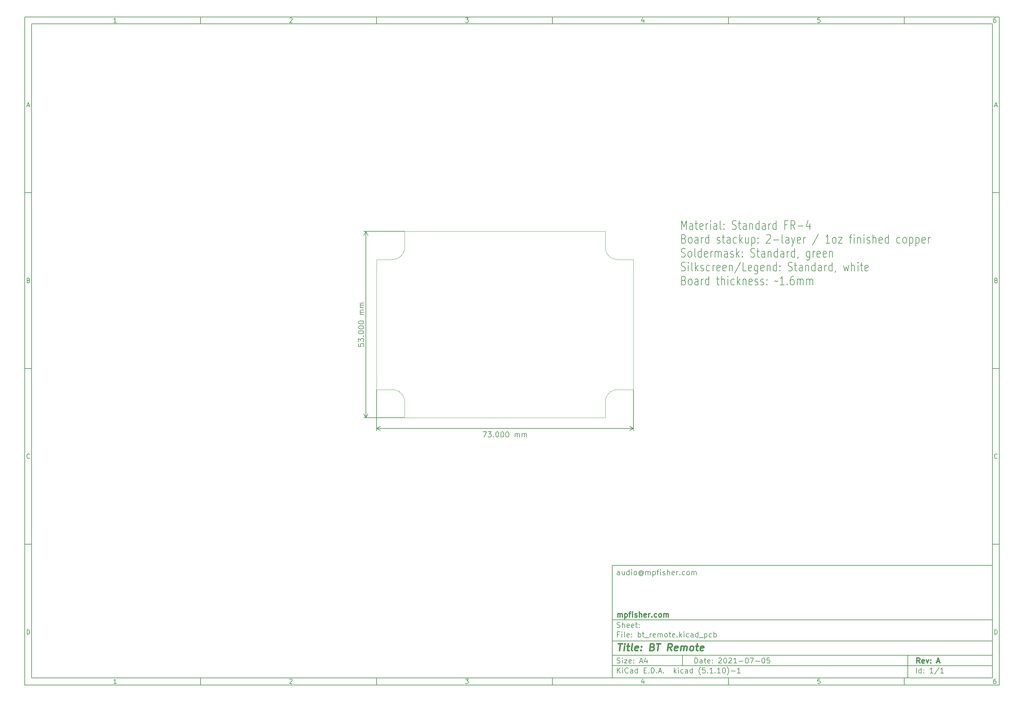
<source format=gbr>
G04 #@! TF.GenerationSoftware,KiCad,Pcbnew,(5.1.10)-1*
G04 #@! TF.CreationDate,2021-11-20T11:05:23+00:00*
G04 #@! TF.ProjectId,bt_remote,62745f72-656d-46f7-9465-2e6b69636164,A*
G04 #@! TF.SameCoordinates,PX68e7780PY7641700*
G04 #@! TF.FileFunction,Other,ECO1*
%FSLAX46Y46*%
G04 Gerber Fmt 4.6, Leading zero omitted, Abs format (unit mm)*
G04 Created by KiCad (PCBNEW (5.1.10)-1) date 2021-11-20 11:05:23*
%MOMM*%
%LPD*%
G01*
G04 APERTURE LIST*
%ADD10C,0.100000*%
%ADD11C,0.150000*%
%ADD12C,0.300000*%
%ADD13C,0.400000*%
%ADD14C,0.200000*%
G04 #@! TA.AperFunction,Profile*
%ADD15C,0.050000*%
G04 #@! TD*
G04 APERTURE END LIST*
D10*
D11*
X67002200Y-42007200D02*
X67002200Y-74007200D01*
X175002200Y-74007200D01*
X175002200Y-42007200D01*
X67002200Y-42007200D01*
D10*
D11*
X-100000000Y114000000D02*
X-100000000Y-76007200D01*
X177002200Y-76007200D01*
X177002200Y114000000D01*
X-100000000Y114000000D01*
D10*
D11*
X-98000000Y112000000D02*
X-98000000Y-74007200D01*
X175002200Y-74007200D01*
X175002200Y112000000D01*
X-98000000Y112000000D01*
D10*
D11*
X-50000000Y112000000D02*
X-50000000Y114000000D01*
D10*
D11*
X0Y112000000D02*
X0Y114000000D01*
D10*
D11*
X50000000Y112000000D02*
X50000000Y114000000D01*
D10*
D11*
X100000000Y112000000D02*
X100000000Y114000000D01*
D10*
D11*
X150000000Y112000000D02*
X150000000Y114000000D01*
D10*
D11*
X-73934524Y112411905D02*
X-74677381Y112411905D01*
X-74305953Y112411905D02*
X-74305953Y113711905D01*
X-74429762Y113526191D01*
X-74553572Y113402381D01*
X-74677381Y113340477D01*
D10*
D11*
X-24677381Y113588096D02*
X-24615477Y113650000D01*
X-24491667Y113711905D01*
X-24182143Y113711905D01*
X-24058334Y113650000D01*
X-23996429Y113588096D01*
X-23934524Y113464286D01*
X-23934524Y113340477D01*
X-23996429Y113154762D01*
X-24739286Y112411905D01*
X-23934524Y112411905D01*
D10*
D11*
X25260714Y113711905D02*
X26065476Y113711905D01*
X25632142Y113216667D01*
X25817857Y113216667D01*
X25941666Y113154762D01*
X26003571Y113092858D01*
X26065476Y112969048D01*
X26065476Y112659524D01*
X26003571Y112535715D01*
X25941666Y112473810D01*
X25817857Y112411905D01*
X25446428Y112411905D01*
X25322619Y112473810D01*
X25260714Y112535715D01*
D10*
D11*
X75941666Y113278572D02*
X75941666Y112411905D01*
X75632142Y113773810D02*
X75322619Y112845239D01*
X76127380Y112845239D01*
D10*
D11*
X126003571Y113711905D02*
X125384523Y113711905D01*
X125322619Y113092858D01*
X125384523Y113154762D01*
X125508333Y113216667D01*
X125817857Y113216667D01*
X125941666Y113154762D01*
X126003571Y113092858D01*
X126065476Y112969048D01*
X126065476Y112659524D01*
X126003571Y112535715D01*
X125941666Y112473810D01*
X125817857Y112411905D01*
X125508333Y112411905D01*
X125384523Y112473810D01*
X125322619Y112535715D01*
D10*
D11*
X175941666Y113711905D02*
X175694047Y113711905D01*
X175570238Y113650000D01*
X175508333Y113588096D01*
X175384523Y113402381D01*
X175322619Y113154762D01*
X175322619Y112659524D01*
X175384523Y112535715D01*
X175446428Y112473810D01*
X175570238Y112411905D01*
X175817857Y112411905D01*
X175941666Y112473810D01*
X176003571Y112535715D01*
X176065476Y112659524D01*
X176065476Y112969048D01*
X176003571Y113092858D01*
X175941666Y113154762D01*
X175817857Y113216667D01*
X175570238Y113216667D01*
X175446428Y113154762D01*
X175384523Y113092858D01*
X175322619Y112969048D01*
D10*
D11*
X-50000000Y-74007200D02*
X-50000000Y-76007200D01*
D10*
D11*
X0Y-74007200D02*
X0Y-76007200D01*
D10*
D11*
X50000000Y-74007200D02*
X50000000Y-76007200D01*
D10*
D11*
X100000000Y-74007200D02*
X100000000Y-76007200D01*
D10*
D11*
X150000000Y-74007200D02*
X150000000Y-76007200D01*
D10*
D11*
X-73934524Y-75595295D02*
X-74677381Y-75595295D01*
X-74305953Y-75595295D02*
X-74305953Y-74295295D01*
X-74429762Y-74481009D01*
X-74553572Y-74604819D01*
X-74677381Y-74666723D01*
D10*
D11*
X-24677381Y-74419104D02*
X-24615477Y-74357200D01*
X-24491667Y-74295295D01*
X-24182143Y-74295295D01*
X-24058334Y-74357200D01*
X-23996429Y-74419104D01*
X-23934524Y-74542914D01*
X-23934524Y-74666723D01*
X-23996429Y-74852438D01*
X-24739286Y-75595295D01*
X-23934524Y-75595295D01*
D10*
D11*
X25260714Y-74295295D02*
X26065476Y-74295295D01*
X25632142Y-74790533D01*
X25817857Y-74790533D01*
X25941666Y-74852438D01*
X26003571Y-74914342D01*
X26065476Y-75038152D01*
X26065476Y-75347676D01*
X26003571Y-75471485D01*
X25941666Y-75533390D01*
X25817857Y-75595295D01*
X25446428Y-75595295D01*
X25322619Y-75533390D01*
X25260714Y-75471485D01*
D10*
D11*
X75941666Y-74728628D02*
X75941666Y-75595295D01*
X75632142Y-74233390D02*
X75322619Y-75161961D01*
X76127380Y-75161961D01*
D10*
D11*
X126003571Y-74295295D02*
X125384523Y-74295295D01*
X125322619Y-74914342D01*
X125384523Y-74852438D01*
X125508333Y-74790533D01*
X125817857Y-74790533D01*
X125941666Y-74852438D01*
X126003571Y-74914342D01*
X126065476Y-75038152D01*
X126065476Y-75347676D01*
X126003571Y-75471485D01*
X125941666Y-75533390D01*
X125817857Y-75595295D01*
X125508333Y-75595295D01*
X125384523Y-75533390D01*
X125322619Y-75471485D01*
D10*
D11*
X175941666Y-74295295D02*
X175694047Y-74295295D01*
X175570238Y-74357200D01*
X175508333Y-74419104D01*
X175384523Y-74604819D01*
X175322619Y-74852438D01*
X175322619Y-75347676D01*
X175384523Y-75471485D01*
X175446428Y-75533390D01*
X175570238Y-75595295D01*
X175817857Y-75595295D01*
X175941666Y-75533390D01*
X176003571Y-75471485D01*
X176065476Y-75347676D01*
X176065476Y-75038152D01*
X176003571Y-74914342D01*
X175941666Y-74852438D01*
X175817857Y-74790533D01*
X175570238Y-74790533D01*
X175446428Y-74852438D01*
X175384523Y-74914342D01*
X175322619Y-75038152D01*
D10*
D11*
X-100000000Y64000000D02*
X-98000000Y64000000D01*
D10*
D11*
X-100000000Y14000000D02*
X-98000000Y14000000D01*
D10*
D11*
X-100000000Y-36000000D02*
X-98000000Y-36000000D01*
D10*
D11*
X-99309524Y88783334D02*
X-98690477Y88783334D01*
X-99433334Y88411905D02*
X-99000000Y89711905D01*
X-98566667Y88411905D01*
D10*
D11*
X-98907143Y39092858D02*
X-98721429Y39030953D01*
X-98659524Y38969048D01*
X-98597620Y38845239D01*
X-98597620Y38659524D01*
X-98659524Y38535715D01*
X-98721429Y38473810D01*
X-98845239Y38411905D01*
X-99340477Y38411905D01*
X-99340477Y39711905D01*
X-98907143Y39711905D01*
X-98783334Y39650000D01*
X-98721429Y39588096D01*
X-98659524Y39464286D01*
X-98659524Y39340477D01*
X-98721429Y39216667D01*
X-98783334Y39154762D01*
X-98907143Y39092858D01*
X-99340477Y39092858D01*
D10*
D11*
X-98597620Y-11464285D02*
X-98659524Y-11526190D01*
X-98845239Y-11588095D01*
X-98969048Y-11588095D01*
X-99154762Y-11526190D01*
X-99278572Y-11402380D01*
X-99340477Y-11278571D01*
X-99402381Y-11030952D01*
X-99402381Y-10845238D01*
X-99340477Y-10597619D01*
X-99278572Y-10473809D01*
X-99154762Y-10350000D01*
X-98969048Y-10288095D01*
X-98845239Y-10288095D01*
X-98659524Y-10350000D01*
X-98597620Y-10411904D01*
D10*
D11*
X-99340477Y-61588095D02*
X-99340477Y-60288095D01*
X-99030953Y-60288095D01*
X-98845239Y-60350000D01*
X-98721429Y-60473809D01*
X-98659524Y-60597619D01*
X-98597620Y-60845238D01*
X-98597620Y-61030952D01*
X-98659524Y-61278571D01*
X-98721429Y-61402380D01*
X-98845239Y-61526190D01*
X-99030953Y-61588095D01*
X-99340477Y-61588095D01*
D10*
D11*
X177002200Y64000000D02*
X175002200Y64000000D01*
D10*
D11*
X177002200Y14000000D02*
X175002200Y14000000D01*
D10*
D11*
X177002200Y-36000000D02*
X175002200Y-36000000D01*
D10*
D11*
X175692676Y88783334D02*
X176311723Y88783334D01*
X175568866Y88411905D02*
X176002200Y89711905D01*
X176435533Y88411905D01*
D10*
D11*
X176095057Y39092858D02*
X176280771Y39030953D01*
X176342676Y38969048D01*
X176404580Y38845239D01*
X176404580Y38659524D01*
X176342676Y38535715D01*
X176280771Y38473810D01*
X176156961Y38411905D01*
X175661723Y38411905D01*
X175661723Y39711905D01*
X176095057Y39711905D01*
X176218866Y39650000D01*
X176280771Y39588096D01*
X176342676Y39464286D01*
X176342676Y39340477D01*
X176280771Y39216667D01*
X176218866Y39154762D01*
X176095057Y39092858D01*
X175661723Y39092858D01*
D10*
D11*
X176404580Y-11464285D02*
X176342676Y-11526190D01*
X176156961Y-11588095D01*
X176033152Y-11588095D01*
X175847438Y-11526190D01*
X175723628Y-11402380D01*
X175661723Y-11278571D01*
X175599819Y-11030952D01*
X175599819Y-10845238D01*
X175661723Y-10597619D01*
X175723628Y-10473809D01*
X175847438Y-10350000D01*
X176033152Y-10288095D01*
X176156961Y-10288095D01*
X176342676Y-10350000D01*
X176404580Y-10411904D01*
D10*
D11*
X175661723Y-61588095D02*
X175661723Y-60288095D01*
X175971247Y-60288095D01*
X176156961Y-60350000D01*
X176280771Y-60473809D01*
X176342676Y-60597619D01*
X176404580Y-60845238D01*
X176404580Y-61030952D01*
X176342676Y-61278571D01*
X176280771Y-61402380D01*
X176156961Y-61526190D01*
X175971247Y-61588095D01*
X175661723Y-61588095D01*
D10*
D11*
X90434342Y-69785771D02*
X90434342Y-68285771D01*
X90791485Y-68285771D01*
X91005771Y-68357200D01*
X91148628Y-68500057D01*
X91220057Y-68642914D01*
X91291485Y-68928628D01*
X91291485Y-69142914D01*
X91220057Y-69428628D01*
X91148628Y-69571485D01*
X91005771Y-69714342D01*
X90791485Y-69785771D01*
X90434342Y-69785771D01*
X92577200Y-69785771D02*
X92577200Y-69000057D01*
X92505771Y-68857200D01*
X92362914Y-68785771D01*
X92077200Y-68785771D01*
X91934342Y-68857200D01*
X92577200Y-69714342D02*
X92434342Y-69785771D01*
X92077200Y-69785771D01*
X91934342Y-69714342D01*
X91862914Y-69571485D01*
X91862914Y-69428628D01*
X91934342Y-69285771D01*
X92077200Y-69214342D01*
X92434342Y-69214342D01*
X92577200Y-69142914D01*
X93077200Y-68785771D02*
X93648628Y-68785771D01*
X93291485Y-68285771D02*
X93291485Y-69571485D01*
X93362914Y-69714342D01*
X93505771Y-69785771D01*
X93648628Y-69785771D01*
X94720057Y-69714342D02*
X94577200Y-69785771D01*
X94291485Y-69785771D01*
X94148628Y-69714342D01*
X94077200Y-69571485D01*
X94077200Y-69000057D01*
X94148628Y-68857200D01*
X94291485Y-68785771D01*
X94577200Y-68785771D01*
X94720057Y-68857200D01*
X94791485Y-69000057D01*
X94791485Y-69142914D01*
X94077200Y-69285771D01*
X95434342Y-69642914D02*
X95505771Y-69714342D01*
X95434342Y-69785771D01*
X95362914Y-69714342D01*
X95434342Y-69642914D01*
X95434342Y-69785771D01*
X95434342Y-68857200D02*
X95505771Y-68928628D01*
X95434342Y-69000057D01*
X95362914Y-68928628D01*
X95434342Y-68857200D01*
X95434342Y-69000057D01*
X97220057Y-68428628D02*
X97291485Y-68357200D01*
X97434342Y-68285771D01*
X97791485Y-68285771D01*
X97934342Y-68357200D01*
X98005771Y-68428628D01*
X98077200Y-68571485D01*
X98077200Y-68714342D01*
X98005771Y-68928628D01*
X97148628Y-69785771D01*
X98077200Y-69785771D01*
X99005771Y-68285771D02*
X99148628Y-68285771D01*
X99291485Y-68357200D01*
X99362914Y-68428628D01*
X99434342Y-68571485D01*
X99505771Y-68857200D01*
X99505771Y-69214342D01*
X99434342Y-69500057D01*
X99362914Y-69642914D01*
X99291485Y-69714342D01*
X99148628Y-69785771D01*
X99005771Y-69785771D01*
X98862914Y-69714342D01*
X98791485Y-69642914D01*
X98720057Y-69500057D01*
X98648628Y-69214342D01*
X98648628Y-68857200D01*
X98720057Y-68571485D01*
X98791485Y-68428628D01*
X98862914Y-68357200D01*
X99005771Y-68285771D01*
X100077200Y-68428628D02*
X100148628Y-68357200D01*
X100291485Y-68285771D01*
X100648628Y-68285771D01*
X100791485Y-68357200D01*
X100862914Y-68428628D01*
X100934342Y-68571485D01*
X100934342Y-68714342D01*
X100862914Y-68928628D01*
X100005771Y-69785771D01*
X100934342Y-69785771D01*
X102362914Y-69785771D02*
X101505771Y-69785771D01*
X101934342Y-69785771D02*
X101934342Y-68285771D01*
X101791485Y-68500057D01*
X101648628Y-68642914D01*
X101505771Y-68714342D01*
X103005771Y-69214342D02*
X104148628Y-69214342D01*
X105148628Y-68285771D02*
X105291485Y-68285771D01*
X105434342Y-68357200D01*
X105505771Y-68428628D01*
X105577200Y-68571485D01*
X105648628Y-68857200D01*
X105648628Y-69214342D01*
X105577200Y-69500057D01*
X105505771Y-69642914D01*
X105434342Y-69714342D01*
X105291485Y-69785771D01*
X105148628Y-69785771D01*
X105005771Y-69714342D01*
X104934342Y-69642914D01*
X104862914Y-69500057D01*
X104791485Y-69214342D01*
X104791485Y-68857200D01*
X104862914Y-68571485D01*
X104934342Y-68428628D01*
X105005771Y-68357200D01*
X105148628Y-68285771D01*
X106148628Y-68285771D02*
X107148628Y-68285771D01*
X106505771Y-69785771D01*
X107720057Y-69214342D02*
X108862914Y-69214342D01*
X109862914Y-68285771D02*
X110005771Y-68285771D01*
X110148628Y-68357200D01*
X110220057Y-68428628D01*
X110291485Y-68571485D01*
X110362914Y-68857200D01*
X110362914Y-69214342D01*
X110291485Y-69500057D01*
X110220057Y-69642914D01*
X110148628Y-69714342D01*
X110005771Y-69785771D01*
X109862914Y-69785771D01*
X109720057Y-69714342D01*
X109648628Y-69642914D01*
X109577200Y-69500057D01*
X109505771Y-69214342D01*
X109505771Y-68857200D01*
X109577200Y-68571485D01*
X109648628Y-68428628D01*
X109720057Y-68357200D01*
X109862914Y-68285771D01*
X111720057Y-68285771D02*
X111005771Y-68285771D01*
X110934342Y-69000057D01*
X111005771Y-68928628D01*
X111148628Y-68857200D01*
X111505771Y-68857200D01*
X111648628Y-68928628D01*
X111720057Y-69000057D01*
X111791485Y-69142914D01*
X111791485Y-69500057D01*
X111720057Y-69642914D01*
X111648628Y-69714342D01*
X111505771Y-69785771D01*
X111148628Y-69785771D01*
X111005771Y-69714342D01*
X110934342Y-69642914D01*
D10*
D11*
X67002200Y-70507200D02*
X175002200Y-70507200D01*
D10*
D11*
X68434342Y-72585771D02*
X68434342Y-71085771D01*
X69291485Y-72585771D02*
X68648628Y-71728628D01*
X69291485Y-71085771D02*
X68434342Y-71942914D01*
X69934342Y-72585771D02*
X69934342Y-71585771D01*
X69934342Y-71085771D02*
X69862914Y-71157200D01*
X69934342Y-71228628D01*
X70005771Y-71157200D01*
X69934342Y-71085771D01*
X69934342Y-71228628D01*
X71505771Y-72442914D02*
X71434342Y-72514342D01*
X71220057Y-72585771D01*
X71077200Y-72585771D01*
X70862914Y-72514342D01*
X70720057Y-72371485D01*
X70648628Y-72228628D01*
X70577200Y-71942914D01*
X70577200Y-71728628D01*
X70648628Y-71442914D01*
X70720057Y-71300057D01*
X70862914Y-71157200D01*
X71077200Y-71085771D01*
X71220057Y-71085771D01*
X71434342Y-71157200D01*
X71505771Y-71228628D01*
X72791485Y-72585771D02*
X72791485Y-71800057D01*
X72720057Y-71657200D01*
X72577200Y-71585771D01*
X72291485Y-71585771D01*
X72148628Y-71657200D01*
X72791485Y-72514342D02*
X72648628Y-72585771D01*
X72291485Y-72585771D01*
X72148628Y-72514342D01*
X72077200Y-72371485D01*
X72077200Y-72228628D01*
X72148628Y-72085771D01*
X72291485Y-72014342D01*
X72648628Y-72014342D01*
X72791485Y-71942914D01*
X74148628Y-72585771D02*
X74148628Y-71085771D01*
X74148628Y-72514342D02*
X74005771Y-72585771D01*
X73720057Y-72585771D01*
X73577200Y-72514342D01*
X73505771Y-72442914D01*
X73434342Y-72300057D01*
X73434342Y-71871485D01*
X73505771Y-71728628D01*
X73577200Y-71657200D01*
X73720057Y-71585771D01*
X74005771Y-71585771D01*
X74148628Y-71657200D01*
X76005771Y-71800057D02*
X76505771Y-71800057D01*
X76720057Y-72585771D02*
X76005771Y-72585771D01*
X76005771Y-71085771D01*
X76720057Y-71085771D01*
X77362914Y-72442914D02*
X77434342Y-72514342D01*
X77362914Y-72585771D01*
X77291485Y-72514342D01*
X77362914Y-72442914D01*
X77362914Y-72585771D01*
X78077200Y-72585771D02*
X78077200Y-71085771D01*
X78434342Y-71085771D01*
X78648628Y-71157200D01*
X78791485Y-71300057D01*
X78862914Y-71442914D01*
X78934342Y-71728628D01*
X78934342Y-71942914D01*
X78862914Y-72228628D01*
X78791485Y-72371485D01*
X78648628Y-72514342D01*
X78434342Y-72585771D01*
X78077200Y-72585771D01*
X79577200Y-72442914D02*
X79648628Y-72514342D01*
X79577200Y-72585771D01*
X79505771Y-72514342D01*
X79577200Y-72442914D01*
X79577200Y-72585771D01*
X80220057Y-72157200D02*
X80934342Y-72157200D01*
X80077200Y-72585771D02*
X80577200Y-71085771D01*
X81077200Y-72585771D01*
X81577200Y-72442914D02*
X81648628Y-72514342D01*
X81577200Y-72585771D01*
X81505771Y-72514342D01*
X81577200Y-72442914D01*
X81577200Y-72585771D01*
X84577200Y-72585771D02*
X84577200Y-71085771D01*
X84720057Y-72014342D02*
X85148628Y-72585771D01*
X85148628Y-71585771D02*
X84577200Y-72157200D01*
X85791485Y-72585771D02*
X85791485Y-71585771D01*
X85791485Y-71085771D02*
X85720057Y-71157200D01*
X85791485Y-71228628D01*
X85862914Y-71157200D01*
X85791485Y-71085771D01*
X85791485Y-71228628D01*
X87148628Y-72514342D02*
X87005771Y-72585771D01*
X86720057Y-72585771D01*
X86577200Y-72514342D01*
X86505771Y-72442914D01*
X86434342Y-72300057D01*
X86434342Y-71871485D01*
X86505771Y-71728628D01*
X86577200Y-71657200D01*
X86720057Y-71585771D01*
X87005771Y-71585771D01*
X87148628Y-71657200D01*
X88434342Y-72585771D02*
X88434342Y-71800057D01*
X88362914Y-71657200D01*
X88220057Y-71585771D01*
X87934342Y-71585771D01*
X87791485Y-71657200D01*
X88434342Y-72514342D02*
X88291485Y-72585771D01*
X87934342Y-72585771D01*
X87791485Y-72514342D01*
X87720057Y-72371485D01*
X87720057Y-72228628D01*
X87791485Y-72085771D01*
X87934342Y-72014342D01*
X88291485Y-72014342D01*
X88434342Y-71942914D01*
X89791485Y-72585771D02*
X89791485Y-71085771D01*
X89791485Y-72514342D02*
X89648628Y-72585771D01*
X89362914Y-72585771D01*
X89220057Y-72514342D01*
X89148628Y-72442914D01*
X89077200Y-72300057D01*
X89077200Y-71871485D01*
X89148628Y-71728628D01*
X89220057Y-71657200D01*
X89362914Y-71585771D01*
X89648628Y-71585771D01*
X89791485Y-71657200D01*
X92077200Y-73157200D02*
X92005771Y-73085771D01*
X91862914Y-72871485D01*
X91791485Y-72728628D01*
X91720057Y-72514342D01*
X91648628Y-72157200D01*
X91648628Y-71871485D01*
X91720057Y-71514342D01*
X91791485Y-71300057D01*
X91862914Y-71157200D01*
X92005771Y-70942914D01*
X92077200Y-70871485D01*
X93362914Y-71085771D02*
X92648628Y-71085771D01*
X92577200Y-71800057D01*
X92648628Y-71728628D01*
X92791485Y-71657200D01*
X93148628Y-71657200D01*
X93291485Y-71728628D01*
X93362914Y-71800057D01*
X93434342Y-71942914D01*
X93434342Y-72300057D01*
X93362914Y-72442914D01*
X93291485Y-72514342D01*
X93148628Y-72585771D01*
X92791485Y-72585771D01*
X92648628Y-72514342D01*
X92577200Y-72442914D01*
X94077200Y-72442914D02*
X94148628Y-72514342D01*
X94077200Y-72585771D01*
X94005771Y-72514342D01*
X94077200Y-72442914D01*
X94077200Y-72585771D01*
X95577200Y-72585771D02*
X94720057Y-72585771D01*
X95148628Y-72585771D02*
X95148628Y-71085771D01*
X95005771Y-71300057D01*
X94862914Y-71442914D01*
X94720057Y-71514342D01*
X96220057Y-72442914D02*
X96291485Y-72514342D01*
X96220057Y-72585771D01*
X96148628Y-72514342D01*
X96220057Y-72442914D01*
X96220057Y-72585771D01*
X97720057Y-72585771D02*
X96862914Y-72585771D01*
X97291485Y-72585771D02*
X97291485Y-71085771D01*
X97148628Y-71300057D01*
X97005771Y-71442914D01*
X96862914Y-71514342D01*
X98648628Y-71085771D02*
X98791485Y-71085771D01*
X98934342Y-71157200D01*
X99005771Y-71228628D01*
X99077200Y-71371485D01*
X99148628Y-71657200D01*
X99148628Y-72014342D01*
X99077200Y-72300057D01*
X99005771Y-72442914D01*
X98934342Y-72514342D01*
X98791485Y-72585771D01*
X98648628Y-72585771D01*
X98505771Y-72514342D01*
X98434342Y-72442914D01*
X98362914Y-72300057D01*
X98291485Y-72014342D01*
X98291485Y-71657200D01*
X98362914Y-71371485D01*
X98434342Y-71228628D01*
X98505771Y-71157200D01*
X98648628Y-71085771D01*
X99648628Y-73157200D02*
X99720057Y-73085771D01*
X99862914Y-72871485D01*
X99934342Y-72728628D01*
X100005771Y-72514342D01*
X100077200Y-72157200D01*
X100077200Y-71871485D01*
X100005771Y-71514342D01*
X99934342Y-71300057D01*
X99862914Y-71157200D01*
X99720057Y-70942914D01*
X99648628Y-70871485D01*
X100791485Y-72014342D02*
X101934342Y-72014342D01*
X103434342Y-72585771D02*
X102577200Y-72585771D01*
X103005771Y-72585771D02*
X103005771Y-71085771D01*
X102862914Y-71300057D01*
X102720057Y-71442914D01*
X102577200Y-71514342D01*
D10*
D11*
X67002200Y-67507200D02*
X175002200Y-67507200D01*
D10*
D12*
X154411485Y-69785771D02*
X153911485Y-69071485D01*
X153554342Y-69785771D02*
X153554342Y-68285771D01*
X154125771Y-68285771D01*
X154268628Y-68357200D01*
X154340057Y-68428628D01*
X154411485Y-68571485D01*
X154411485Y-68785771D01*
X154340057Y-68928628D01*
X154268628Y-69000057D01*
X154125771Y-69071485D01*
X153554342Y-69071485D01*
X155625771Y-69714342D02*
X155482914Y-69785771D01*
X155197200Y-69785771D01*
X155054342Y-69714342D01*
X154982914Y-69571485D01*
X154982914Y-69000057D01*
X155054342Y-68857200D01*
X155197200Y-68785771D01*
X155482914Y-68785771D01*
X155625771Y-68857200D01*
X155697200Y-69000057D01*
X155697200Y-69142914D01*
X154982914Y-69285771D01*
X156197200Y-68785771D02*
X156554342Y-69785771D01*
X156911485Y-68785771D01*
X157482914Y-69642914D02*
X157554342Y-69714342D01*
X157482914Y-69785771D01*
X157411485Y-69714342D01*
X157482914Y-69642914D01*
X157482914Y-69785771D01*
X157482914Y-68857200D02*
X157554342Y-68928628D01*
X157482914Y-69000057D01*
X157411485Y-68928628D01*
X157482914Y-68857200D01*
X157482914Y-69000057D01*
X159268628Y-69357200D02*
X159982914Y-69357200D01*
X159125771Y-69785771D02*
X159625771Y-68285771D01*
X160125771Y-69785771D01*
D10*
D11*
X68362914Y-69714342D02*
X68577200Y-69785771D01*
X68934342Y-69785771D01*
X69077200Y-69714342D01*
X69148628Y-69642914D01*
X69220057Y-69500057D01*
X69220057Y-69357200D01*
X69148628Y-69214342D01*
X69077200Y-69142914D01*
X68934342Y-69071485D01*
X68648628Y-69000057D01*
X68505771Y-68928628D01*
X68434342Y-68857200D01*
X68362914Y-68714342D01*
X68362914Y-68571485D01*
X68434342Y-68428628D01*
X68505771Y-68357200D01*
X68648628Y-68285771D01*
X69005771Y-68285771D01*
X69220057Y-68357200D01*
X69862914Y-69785771D02*
X69862914Y-68785771D01*
X69862914Y-68285771D02*
X69791485Y-68357200D01*
X69862914Y-68428628D01*
X69934342Y-68357200D01*
X69862914Y-68285771D01*
X69862914Y-68428628D01*
X70434342Y-68785771D02*
X71220057Y-68785771D01*
X70434342Y-69785771D01*
X71220057Y-69785771D01*
X72362914Y-69714342D02*
X72220057Y-69785771D01*
X71934342Y-69785771D01*
X71791485Y-69714342D01*
X71720057Y-69571485D01*
X71720057Y-69000057D01*
X71791485Y-68857200D01*
X71934342Y-68785771D01*
X72220057Y-68785771D01*
X72362914Y-68857200D01*
X72434342Y-69000057D01*
X72434342Y-69142914D01*
X71720057Y-69285771D01*
X73077200Y-69642914D02*
X73148628Y-69714342D01*
X73077200Y-69785771D01*
X73005771Y-69714342D01*
X73077200Y-69642914D01*
X73077200Y-69785771D01*
X73077200Y-68857200D02*
X73148628Y-68928628D01*
X73077200Y-69000057D01*
X73005771Y-68928628D01*
X73077200Y-68857200D01*
X73077200Y-69000057D01*
X74862914Y-69357200D02*
X75577200Y-69357200D01*
X74720057Y-69785771D02*
X75220057Y-68285771D01*
X75720057Y-69785771D01*
X76862914Y-68785771D02*
X76862914Y-69785771D01*
X76505771Y-68214342D02*
X76148628Y-69285771D01*
X77077200Y-69285771D01*
D10*
D11*
X153434342Y-72585771D02*
X153434342Y-71085771D01*
X154791485Y-72585771D02*
X154791485Y-71085771D01*
X154791485Y-72514342D02*
X154648628Y-72585771D01*
X154362914Y-72585771D01*
X154220057Y-72514342D01*
X154148628Y-72442914D01*
X154077200Y-72300057D01*
X154077200Y-71871485D01*
X154148628Y-71728628D01*
X154220057Y-71657200D01*
X154362914Y-71585771D01*
X154648628Y-71585771D01*
X154791485Y-71657200D01*
X155505771Y-72442914D02*
X155577200Y-72514342D01*
X155505771Y-72585771D01*
X155434342Y-72514342D01*
X155505771Y-72442914D01*
X155505771Y-72585771D01*
X155505771Y-71657200D02*
X155577200Y-71728628D01*
X155505771Y-71800057D01*
X155434342Y-71728628D01*
X155505771Y-71657200D01*
X155505771Y-71800057D01*
X158148628Y-72585771D02*
X157291485Y-72585771D01*
X157720057Y-72585771D02*
X157720057Y-71085771D01*
X157577200Y-71300057D01*
X157434342Y-71442914D01*
X157291485Y-71514342D01*
X159862914Y-71014342D02*
X158577200Y-72942914D01*
X161148628Y-72585771D02*
X160291485Y-72585771D01*
X160720057Y-72585771D02*
X160720057Y-71085771D01*
X160577200Y-71300057D01*
X160434342Y-71442914D01*
X160291485Y-71514342D01*
D10*
D11*
X67002200Y-63507200D02*
X175002200Y-63507200D01*
D10*
D13*
X68714580Y-64211961D02*
X69857438Y-64211961D01*
X69036009Y-66211961D02*
X69286009Y-64211961D01*
X70274104Y-66211961D02*
X70440771Y-64878628D01*
X70524104Y-64211961D02*
X70416961Y-64307200D01*
X70500295Y-64402438D01*
X70607438Y-64307200D01*
X70524104Y-64211961D01*
X70500295Y-64402438D01*
X71107438Y-64878628D02*
X71869342Y-64878628D01*
X71476485Y-64211961D02*
X71262200Y-65926247D01*
X71333628Y-66116723D01*
X71512200Y-66211961D01*
X71702676Y-66211961D01*
X72655057Y-66211961D02*
X72476485Y-66116723D01*
X72405057Y-65926247D01*
X72619342Y-64211961D01*
X74190771Y-66116723D02*
X73988390Y-66211961D01*
X73607438Y-66211961D01*
X73428866Y-66116723D01*
X73357438Y-65926247D01*
X73452676Y-65164342D01*
X73571723Y-64973866D01*
X73774104Y-64878628D01*
X74155057Y-64878628D01*
X74333628Y-64973866D01*
X74405057Y-65164342D01*
X74381247Y-65354819D01*
X73405057Y-65545295D01*
X75155057Y-66021485D02*
X75238390Y-66116723D01*
X75131247Y-66211961D01*
X75047914Y-66116723D01*
X75155057Y-66021485D01*
X75131247Y-66211961D01*
X75286009Y-64973866D02*
X75369342Y-65069104D01*
X75262200Y-65164342D01*
X75178866Y-65069104D01*
X75286009Y-64973866D01*
X75262200Y-65164342D01*
X78405057Y-65164342D02*
X78678866Y-65259580D01*
X78762200Y-65354819D01*
X78833628Y-65545295D01*
X78797914Y-65831009D01*
X78678866Y-66021485D01*
X78571723Y-66116723D01*
X78369342Y-66211961D01*
X77607438Y-66211961D01*
X77857438Y-64211961D01*
X78524104Y-64211961D01*
X78702676Y-64307200D01*
X78786009Y-64402438D01*
X78857438Y-64592914D01*
X78833628Y-64783390D01*
X78714580Y-64973866D01*
X78607438Y-65069104D01*
X78405057Y-65164342D01*
X77738390Y-65164342D01*
X79571723Y-64211961D02*
X80714580Y-64211961D01*
X79893152Y-66211961D02*
X80143152Y-64211961D01*
X83797914Y-66211961D02*
X83250295Y-65259580D01*
X82655057Y-66211961D02*
X82905057Y-64211961D01*
X83666961Y-64211961D01*
X83845533Y-64307200D01*
X83928866Y-64402438D01*
X84000295Y-64592914D01*
X83964580Y-64878628D01*
X83845533Y-65069104D01*
X83738390Y-65164342D01*
X83536009Y-65259580D01*
X82774104Y-65259580D01*
X85428866Y-66116723D02*
X85226485Y-66211961D01*
X84845533Y-66211961D01*
X84666961Y-66116723D01*
X84595533Y-65926247D01*
X84690771Y-65164342D01*
X84809819Y-64973866D01*
X85012200Y-64878628D01*
X85393152Y-64878628D01*
X85571723Y-64973866D01*
X85643152Y-65164342D01*
X85619342Y-65354819D01*
X84643152Y-65545295D01*
X86369342Y-66211961D02*
X86536009Y-64878628D01*
X86512200Y-65069104D02*
X86619342Y-64973866D01*
X86821723Y-64878628D01*
X87107438Y-64878628D01*
X87286009Y-64973866D01*
X87357438Y-65164342D01*
X87226485Y-66211961D01*
X87357438Y-65164342D02*
X87476485Y-64973866D01*
X87678866Y-64878628D01*
X87964580Y-64878628D01*
X88143152Y-64973866D01*
X88214580Y-65164342D01*
X88083628Y-66211961D01*
X89321723Y-66211961D02*
X89143152Y-66116723D01*
X89059819Y-66021485D01*
X88988390Y-65831009D01*
X89059819Y-65259580D01*
X89178866Y-65069104D01*
X89286009Y-64973866D01*
X89488390Y-64878628D01*
X89774104Y-64878628D01*
X89952676Y-64973866D01*
X90036009Y-65069104D01*
X90107438Y-65259580D01*
X90036009Y-65831009D01*
X89916961Y-66021485D01*
X89809819Y-66116723D01*
X89607438Y-66211961D01*
X89321723Y-66211961D01*
X90726485Y-64878628D02*
X91488390Y-64878628D01*
X91095533Y-64211961D02*
X90881247Y-65926247D01*
X90952676Y-66116723D01*
X91131247Y-66211961D01*
X91321723Y-66211961D01*
X92762200Y-66116723D02*
X92559819Y-66211961D01*
X92178866Y-66211961D01*
X92000295Y-66116723D01*
X91928866Y-65926247D01*
X92024104Y-65164342D01*
X92143152Y-64973866D01*
X92345533Y-64878628D01*
X92726485Y-64878628D01*
X92905057Y-64973866D01*
X92976485Y-65164342D01*
X92952676Y-65354819D01*
X91976485Y-65545295D01*
D10*
D11*
X68934342Y-61600057D02*
X68434342Y-61600057D01*
X68434342Y-62385771D02*
X68434342Y-60885771D01*
X69148628Y-60885771D01*
X69720057Y-62385771D02*
X69720057Y-61385771D01*
X69720057Y-60885771D02*
X69648628Y-60957200D01*
X69720057Y-61028628D01*
X69791485Y-60957200D01*
X69720057Y-60885771D01*
X69720057Y-61028628D01*
X70648628Y-62385771D02*
X70505771Y-62314342D01*
X70434342Y-62171485D01*
X70434342Y-60885771D01*
X71791485Y-62314342D02*
X71648628Y-62385771D01*
X71362914Y-62385771D01*
X71220057Y-62314342D01*
X71148628Y-62171485D01*
X71148628Y-61600057D01*
X71220057Y-61457200D01*
X71362914Y-61385771D01*
X71648628Y-61385771D01*
X71791485Y-61457200D01*
X71862914Y-61600057D01*
X71862914Y-61742914D01*
X71148628Y-61885771D01*
X72505771Y-62242914D02*
X72577200Y-62314342D01*
X72505771Y-62385771D01*
X72434342Y-62314342D01*
X72505771Y-62242914D01*
X72505771Y-62385771D01*
X72505771Y-61457200D02*
X72577200Y-61528628D01*
X72505771Y-61600057D01*
X72434342Y-61528628D01*
X72505771Y-61457200D01*
X72505771Y-61600057D01*
X74362914Y-62385771D02*
X74362914Y-60885771D01*
X74362914Y-61457200D02*
X74505771Y-61385771D01*
X74791485Y-61385771D01*
X74934342Y-61457200D01*
X75005771Y-61528628D01*
X75077200Y-61671485D01*
X75077200Y-62100057D01*
X75005771Y-62242914D01*
X74934342Y-62314342D01*
X74791485Y-62385771D01*
X74505771Y-62385771D01*
X74362914Y-62314342D01*
X75505771Y-61385771D02*
X76077200Y-61385771D01*
X75720057Y-60885771D02*
X75720057Y-62171485D01*
X75791485Y-62314342D01*
X75934342Y-62385771D01*
X76077200Y-62385771D01*
X76220057Y-62528628D02*
X77362914Y-62528628D01*
X77720057Y-62385771D02*
X77720057Y-61385771D01*
X77720057Y-61671485D02*
X77791485Y-61528628D01*
X77862914Y-61457200D01*
X78005771Y-61385771D01*
X78148628Y-61385771D01*
X79220057Y-62314342D02*
X79077200Y-62385771D01*
X78791485Y-62385771D01*
X78648628Y-62314342D01*
X78577200Y-62171485D01*
X78577200Y-61600057D01*
X78648628Y-61457200D01*
X78791485Y-61385771D01*
X79077200Y-61385771D01*
X79220057Y-61457200D01*
X79291485Y-61600057D01*
X79291485Y-61742914D01*
X78577200Y-61885771D01*
X79934342Y-62385771D02*
X79934342Y-61385771D01*
X79934342Y-61528628D02*
X80005771Y-61457200D01*
X80148628Y-61385771D01*
X80362914Y-61385771D01*
X80505771Y-61457200D01*
X80577200Y-61600057D01*
X80577200Y-62385771D01*
X80577200Y-61600057D02*
X80648628Y-61457200D01*
X80791485Y-61385771D01*
X81005771Y-61385771D01*
X81148628Y-61457200D01*
X81220057Y-61600057D01*
X81220057Y-62385771D01*
X82148628Y-62385771D02*
X82005771Y-62314342D01*
X81934342Y-62242914D01*
X81862914Y-62100057D01*
X81862914Y-61671485D01*
X81934342Y-61528628D01*
X82005771Y-61457200D01*
X82148628Y-61385771D01*
X82362914Y-61385771D01*
X82505771Y-61457200D01*
X82577200Y-61528628D01*
X82648628Y-61671485D01*
X82648628Y-62100057D01*
X82577200Y-62242914D01*
X82505771Y-62314342D01*
X82362914Y-62385771D01*
X82148628Y-62385771D01*
X83077200Y-61385771D02*
X83648628Y-61385771D01*
X83291485Y-60885771D02*
X83291485Y-62171485D01*
X83362914Y-62314342D01*
X83505771Y-62385771D01*
X83648628Y-62385771D01*
X84720057Y-62314342D02*
X84577200Y-62385771D01*
X84291485Y-62385771D01*
X84148628Y-62314342D01*
X84077200Y-62171485D01*
X84077200Y-61600057D01*
X84148628Y-61457200D01*
X84291485Y-61385771D01*
X84577200Y-61385771D01*
X84720057Y-61457200D01*
X84791485Y-61600057D01*
X84791485Y-61742914D01*
X84077200Y-61885771D01*
X85434342Y-62242914D02*
X85505771Y-62314342D01*
X85434342Y-62385771D01*
X85362914Y-62314342D01*
X85434342Y-62242914D01*
X85434342Y-62385771D01*
X86148628Y-62385771D02*
X86148628Y-60885771D01*
X86291485Y-61814342D02*
X86720057Y-62385771D01*
X86720057Y-61385771D02*
X86148628Y-61957200D01*
X87362914Y-62385771D02*
X87362914Y-61385771D01*
X87362914Y-60885771D02*
X87291485Y-60957200D01*
X87362914Y-61028628D01*
X87434342Y-60957200D01*
X87362914Y-60885771D01*
X87362914Y-61028628D01*
X88720057Y-62314342D02*
X88577200Y-62385771D01*
X88291485Y-62385771D01*
X88148628Y-62314342D01*
X88077200Y-62242914D01*
X88005771Y-62100057D01*
X88005771Y-61671485D01*
X88077200Y-61528628D01*
X88148628Y-61457200D01*
X88291485Y-61385771D01*
X88577200Y-61385771D01*
X88720057Y-61457200D01*
X90005771Y-62385771D02*
X90005771Y-61600057D01*
X89934342Y-61457200D01*
X89791485Y-61385771D01*
X89505771Y-61385771D01*
X89362914Y-61457200D01*
X90005771Y-62314342D02*
X89862914Y-62385771D01*
X89505771Y-62385771D01*
X89362914Y-62314342D01*
X89291485Y-62171485D01*
X89291485Y-62028628D01*
X89362914Y-61885771D01*
X89505771Y-61814342D01*
X89862914Y-61814342D01*
X90005771Y-61742914D01*
X91362914Y-62385771D02*
X91362914Y-60885771D01*
X91362914Y-62314342D02*
X91220057Y-62385771D01*
X90934342Y-62385771D01*
X90791485Y-62314342D01*
X90720057Y-62242914D01*
X90648628Y-62100057D01*
X90648628Y-61671485D01*
X90720057Y-61528628D01*
X90791485Y-61457200D01*
X90934342Y-61385771D01*
X91220057Y-61385771D01*
X91362914Y-61457200D01*
X91720057Y-62528628D02*
X92862914Y-62528628D01*
X93220057Y-61385771D02*
X93220057Y-62885771D01*
X93220057Y-61457200D02*
X93362914Y-61385771D01*
X93648628Y-61385771D01*
X93791485Y-61457200D01*
X93862914Y-61528628D01*
X93934342Y-61671485D01*
X93934342Y-62100057D01*
X93862914Y-62242914D01*
X93791485Y-62314342D01*
X93648628Y-62385771D01*
X93362914Y-62385771D01*
X93220057Y-62314342D01*
X95220057Y-62314342D02*
X95077200Y-62385771D01*
X94791485Y-62385771D01*
X94648628Y-62314342D01*
X94577200Y-62242914D01*
X94505771Y-62100057D01*
X94505771Y-61671485D01*
X94577200Y-61528628D01*
X94648628Y-61457200D01*
X94791485Y-61385771D01*
X95077200Y-61385771D01*
X95220057Y-61457200D01*
X95862914Y-62385771D02*
X95862914Y-60885771D01*
X95862914Y-61457200D02*
X96005771Y-61385771D01*
X96291485Y-61385771D01*
X96434342Y-61457200D01*
X96505771Y-61528628D01*
X96577200Y-61671485D01*
X96577200Y-62100057D01*
X96505771Y-62242914D01*
X96434342Y-62314342D01*
X96291485Y-62385771D01*
X96005771Y-62385771D01*
X95862914Y-62314342D01*
D10*
D11*
X67002200Y-57507200D02*
X175002200Y-57507200D01*
D10*
D11*
X68362914Y-59614342D02*
X68577200Y-59685771D01*
X68934342Y-59685771D01*
X69077200Y-59614342D01*
X69148628Y-59542914D01*
X69220057Y-59400057D01*
X69220057Y-59257200D01*
X69148628Y-59114342D01*
X69077200Y-59042914D01*
X68934342Y-58971485D01*
X68648628Y-58900057D01*
X68505771Y-58828628D01*
X68434342Y-58757200D01*
X68362914Y-58614342D01*
X68362914Y-58471485D01*
X68434342Y-58328628D01*
X68505771Y-58257200D01*
X68648628Y-58185771D01*
X69005771Y-58185771D01*
X69220057Y-58257200D01*
X69862914Y-59685771D02*
X69862914Y-58185771D01*
X70505771Y-59685771D02*
X70505771Y-58900057D01*
X70434342Y-58757200D01*
X70291485Y-58685771D01*
X70077200Y-58685771D01*
X69934342Y-58757200D01*
X69862914Y-58828628D01*
X71791485Y-59614342D02*
X71648628Y-59685771D01*
X71362914Y-59685771D01*
X71220057Y-59614342D01*
X71148628Y-59471485D01*
X71148628Y-58900057D01*
X71220057Y-58757200D01*
X71362914Y-58685771D01*
X71648628Y-58685771D01*
X71791485Y-58757200D01*
X71862914Y-58900057D01*
X71862914Y-59042914D01*
X71148628Y-59185771D01*
X73077200Y-59614342D02*
X72934342Y-59685771D01*
X72648628Y-59685771D01*
X72505771Y-59614342D01*
X72434342Y-59471485D01*
X72434342Y-58900057D01*
X72505771Y-58757200D01*
X72648628Y-58685771D01*
X72934342Y-58685771D01*
X73077200Y-58757200D01*
X73148628Y-58900057D01*
X73148628Y-59042914D01*
X72434342Y-59185771D01*
X73577200Y-58685771D02*
X74148628Y-58685771D01*
X73791485Y-58185771D02*
X73791485Y-59471485D01*
X73862914Y-59614342D01*
X74005771Y-59685771D01*
X74148628Y-59685771D01*
X74648628Y-59542914D02*
X74720057Y-59614342D01*
X74648628Y-59685771D01*
X74577200Y-59614342D01*
X74648628Y-59542914D01*
X74648628Y-59685771D01*
X74648628Y-58757200D02*
X74720057Y-58828628D01*
X74648628Y-58900057D01*
X74577200Y-58828628D01*
X74648628Y-58757200D01*
X74648628Y-58900057D01*
D10*
D12*
X68554342Y-56685771D02*
X68554342Y-55685771D01*
X68554342Y-55828628D02*
X68625771Y-55757200D01*
X68768628Y-55685771D01*
X68982914Y-55685771D01*
X69125771Y-55757200D01*
X69197200Y-55900057D01*
X69197200Y-56685771D01*
X69197200Y-55900057D02*
X69268628Y-55757200D01*
X69411485Y-55685771D01*
X69625771Y-55685771D01*
X69768628Y-55757200D01*
X69840057Y-55900057D01*
X69840057Y-56685771D01*
X70554342Y-55685771D02*
X70554342Y-57185771D01*
X70554342Y-55757200D02*
X70697200Y-55685771D01*
X70982914Y-55685771D01*
X71125771Y-55757200D01*
X71197200Y-55828628D01*
X71268628Y-55971485D01*
X71268628Y-56400057D01*
X71197200Y-56542914D01*
X71125771Y-56614342D01*
X70982914Y-56685771D01*
X70697200Y-56685771D01*
X70554342Y-56614342D01*
X71697200Y-55685771D02*
X72268628Y-55685771D01*
X71911485Y-56685771D02*
X71911485Y-55400057D01*
X71982914Y-55257200D01*
X72125771Y-55185771D01*
X72268628Y-55185771D01*
X72768628Y-56685771D02*
X72768628Y-55685771D01*
X72768628Y-55185771D02*
X72697200Y-55257200D01*
X72768628Y-55328628D01*
X72840057Y-55257200D01*
X72768628Y-55185771D01*
X72768628Y-55328628D01*
X73411485Y-56614342D02*
X73554342Y-56685771D01*
X73840057Y-56685771D01*
X73982914Y-56614342D01*
X74054342Y-56471485D01*
X74054342Y-56400057D01*
X73982914Y-56257200D01*
X73840057Y-56185771D01*
X73625771Y-56185771D01*
X73482914Y-56114342D01*
X73411485Y-55971485D01*
X73411485Y-55900057D01*
X73482914Y-55757200D01*
X73625771Y-55685771D01*
X73840057Y-55685771D01*
X73982914Y-55757200D01*
X74697200Y-56685771D02*
X74697200Y-55185771D01*
X75340057Y-56685771D02*
X75340057Y-55900057D01*
X75268628Y-55757200D01*
X75125771Y-55685771D01*
X74911485Y-55685771D01*
X74768628Y-55757200D01*
X74697200Y-55828628D01*
X76625771Y-56614342D02*
X76482914Y-56685771D01*
X76197200Y-56685771D01*
X76054342Y-56614342D01*
X75982914Y-56471485D01*
X75982914Y-55900057D01*
X76054342Y-55757200D01*
X76197200Y-55685771D01*
X76482914Y-55685771D01*
X76625771Y-55757200D01*
X76697200Y-55900057D01*
X76697200Y-56042914D01*
X75982914Y-56185771D01*
X77340057Y-56685771D02*
X77340057Y-55685771D01*
X77340057Y-55971485D02*
X77411485Y-55828628D01*
X77482914Y-55757200D01*
X77625771Y-55685771D01*
X77768628Y-55685771D01*
X78268628Y-56542914D02*
X78340057Y-56614342D01*
X78268628Y-56685771D01*
X78197200Y-56614342D01*
X78268628Y-56542914D01*
X78268628Y-56685771D01*
X79625771Y-56614342D02*
X79482914Y-56685771D01*
X79197200Y-56685771D01*
X79054342Y-56614342D01*
X78982914Y-56542914D01*
X78911485Y-56400057D01*
X78911485Y-55971485D01*
X78982914Y-55828628D01*
X79054342Y-55757200D01*
X79197200Y-55685771D01*
X79482914Y-55685771D01*
X79625771Y-55757200D01*
X80482914Y-56685771D02*
X80340057Y-56614342D01*
X80268628Y-56542914D01*
X80197200Y-56400057D01*
X80197200Y-55971485D01*
X80268628Y-55828628D01*
X80340057Y-55757200D01*
X80482914Y-55685771D01*
X80697200Y-55685771D01*
X80840057Y-55757200D01*
X80911485Y-55828628D01*
X80982914Y-55971485D01*
X80982914Y-56400057D01*
X80911485Y-56542914D01*
X80840057Y-56614342D01*
X80697200Y-56685771D01*
X80482914Y-56685771D01*
X81625771Y-56685771D02*
X81625771Y-55685771D01*
X81625771Y-55828628D02*
X81697200Y-55757200D01*
X81840057Y-55685771D01*
X82054342Y-55685771D01*
X82197200Y-55757200D01*
X82268628Y-55900057D01*
X82268628Y-56685771D01*
X82268628Y-55900057D02*
X82340057Y-55757200D01*
X82482914Y-55685771D01*
X82697200Y-55685771D01*
X82840057Y-55757200D01*
X82911485Y-55900057D01*
X82911485Y-56685771D01*
D10*
D11*
X69077200Y-44685771D02*
X69077200Y-43900057D01*
X69005771Y-43757200D01*
X68862914Y-43685771D01*
X68577200Y-43685771D01*
X68434342Y-43757200D01*
X69077200Y-44614342D02*
X68934342Y-44685771D01*
X68577200Y-44685771D01*
X68434342Y-44614342D01*
X68362914Y-44471485D01*
X68362914Y-44328628D01*
X68434342Y-44185771D01*
X68577200Y-44114342D01*
X68934342Y-44114342D01*
X69077200Y-44042914D01*
X70434342Y-43685771D02*
X70434342Y-44685771D01*
X69791485Y-43685771D02*
X69791485Y-44471485D01*
X69862914Y-44614342D01*
X70005771Y-44685771D01*
X70220057Y-44685771D01*
X70362914Y-44614342D01*
X70434342Y-44542914D01*
X71791485Y-44685771D02*
X71791485Y-43185771D01*
X71791485Y-44614342D02*
X71648628Y-44685771D01*
X71362914Y-44685771D01*
X71220057Y-44614342D01*
X71148628Y-44542914D01*
X71077200Y-44400057D01*
X71077200Y-43971485D01*
X71148628Y-43828628D01*
X71220057Y-43757200D01*
X71362914Y-43685771D01*
X71648628Y-43685771D01*
X71791485Y-43757200D01*
X72505771Y-44685771D02*
X72505771Y-43685771D01*
X72505771Y-43185771D02*
X72434342Y-43257200D01*
X72505771Y-43328628D01*
X72577200Y-43257200D01*
X72505771Y-43185771D01*
X72505771Y-43328628D01*
X73434342Y-44685771D02*
X73291485Y-44614342D01*
X73220057Y-44542914D01*
X73148628Y-44400057D01*
X73148628Y-43971485D01*
X73220057Y-43828628D01*
X73291485Y-43757200D01*
X73434342Y-43685771D01*
X73648628Y-43685771D01*
X73791485Y-43757200D01*
X73862914Y-43828628D01*
X73934342Y-43971485D01*
X73934342Y-44400057D01*
X73862914Y-44542914D01*
X73791485Y-44614342D01*
X73648628Y-44685771D01*
X73434342Y-44685771D01*
X75505771Y-43971485D02*
X75434342Y-43900057D01*
X75291485Y-43828628D01*
X75148628Y-43828628D01*
X75005771Y-43900057D01*
X74934342Y-43971485D01*
X74862914Y-44114342D01*
X74862914Y-44257200D01*
X74934342Y-44400057D01*
X75005771Y-44471485D01*
X75148628Y-44542914D01*
X75291485Y-44542914D01*
X75434342Y-44471485D01*
X75505771Y-44400057D01*
X75505771Y-43828628D02*
X75505771Y-44400057D01*
X75577200Y-44471485D01*
X75648628Y-44471485D01*
X75791485Y-44400057D01*
X75862914Y-44257200D01*
X75862914Y-43900057D01*
X75720057Y-43685771D01*
X75505771Y-43542914D01*
X75220057Y-43471485D01*
X74934342Y-43542914D01*
X74720057Y-43685771D01*
X74577200Y-43900057D01*
X74505771Y-44185771D01*
X74577200Y-44471485D01*
X74720057Y-44685771D01*
X74934342Y-44828628D01*
X75220057Y-44900057D01*
X75505771Y-44828628D01*
X75720057Y-44685771D01*
X76505771Y-44685771D02*
X76505771Y-43685771D01*
X76505771Y-43828628D02*
X76577200Y-43757200D01*
X76720057Y-43685771D01*
X76934342Y-43685771D01*
X77077200Y-43757200D01*
X77148628Y-43900057D01*
X77148628Y-44685771D01*
X77148628Y-43900057D02*
X77220057Y-43757200D01*
X77362914Y-43685771D01*
X77577200Y-43685771D01*
X77720057Y-43757200D01*
X77791485Y-43900057D01*
X77791485Y-44685771D01*
X78505771Y-43685771D02*
X78505771Y-45185771D01*
X78505771Y-43757200D02*
X78648628Y-43685771D01*
X78934342Y-43685771D01*
X79077200Y-43757200D01*
X79148628Y-43828628D01*
X79220057Y-43971485D01*
X79220057Y-44400057D01*
X79148628Y-44542914D01*
X79077200Y-44614342D01*
X78934342Y-44685771D01*
X78648628Y-44685771D01*
X78505771Y-44614342D01*
X79648628Y-43685771D02*
X80220057Y-43685771D01*
X79862914Y-44685771D02*
X79862914Y-43400057D01*
X79934342Y-43257200D01*
X80077200Y-43185771D01*
X80220057Y-43185771D01*
X80720057Y-44685771D02*
X80720057Y-43685771D01*
X80720057Y-43185771D02*
X80648628Y-43257200D01*
X80720057Y-43328628D01*
X80791485Y-43257200D01*
X80720057Y-43185771D01*
X80720057Y-43328628D01*
X81362914Y-44614342D02*
X81505771Y-44685771D01*
X81791485Y-44685771D01*
X81934342Y-44614342D01*
X82005771Y-44471485D01*
X82005771Y-44400057D01*
X81934342Y-44257200D01*
X81791485Y-44185771D01*
X81577200Y-44185771D01*
X81434342Y-44114342D01*
X81362914Y-43971485D01*
X81362914Y-43900057D01*
X81434342Y-43757200D01*
X81577200Y-43685771D01*
X81791485Y-43685771D01*
X81934342Y-43757200D01*
X82648628Y-44685771D02*
X82648628Y-43185771D01*
X83291485Y-44685771D02*
X83291485Y-43900057D01*
X83220057Y-43757200D01*
X83077200Y-43685771D01*
X82862914Y-43685771D01*
X82720057Y-43757200D01*
X82648628Y-43828628D01*
X84577200Y-44614342D02*
X84434342Y-44685771D01*
X84148628Y-44685771D01*
X84005771Y-44614342D01*
X83934342Y-44471485D01*
X83934342Y-43900057D01*
X84005771Y-43757200D01*
X84148628Y-43685771D01*
X84434342Y-43685771D01*
X84577200Y-43757200D01*
X84648628Y-43900057D01*
X84648628Y-44042914D01*
X83934342Y-44185771D01*
X85291485Y-44685771D02*
X85291485Y-43685771D01*
X85291485Y-43971485D02*
X85362914Y-43828628D01*
X85434342Y-43757200D01*
X85577200Y-43685771D01*
X85720057Y-43685771D01*
X86220057Y-44542914D02*
X86291485Y-44614342D01*
X86220057Y-44685771D01*
X86148628Y-44614342D01*
X86220057Y-44542914D01*
X86220057Y-44685771D01*
X87577200Y-44614342D02*
X87434342Y-44685771D01*
X87148628Y-44685771D01*
X87005771Y-44614342D01*
X86934342Y-44542914D01*
X86862914Y-44400057D01*
X86862914Y-43971485D01*
X86934342Y-43828628D01*
X87005771Y-43757200D01*
X87148628Y-43685771D01*
X87434342Y-43685771D01*
X87577200Y-43757200D01*
X88434342Y-44685771D02*
X88291485Y-44614342D01*
X88220057Y-44542914D01*
X88148628Y-44400057D01*
X88148628Y-43971485D01*
X88220057Y-43828628D01*
X88291485Y-43757200D01*
X88434342Y-43685771D01*
X88648628Y-43685771D01*
X88791485Y-43757200D01*
X88862914Y-43828628D01*
X88934342Y-43971485D01*
X88934342Y-44400057D01*
X88862914Y-44542914D01*
X88791485Y-44614342D01*
X88648628Y-44685771D01*
X88434342Y-44685771D01*
X89577200Y-44685771D02*
X89577200Y-43685771D01*
X89577200Y-43828628D02*
X89648628Y-43757200D01*
X89791485Y-43685771D01*
X90005771Y-43685771D01*
X90148628Y-43757200D01*
X90220057Y-43900057D01*
X90220057Y-44685771D01*
X90220057Y-43900057D02*
X90291485Y-43757200D01*
X90434342Y-43685771D01*
X90648628Y-43685771D01*
X90791485Y-43757200D01*
X90862914Y-43900057D01*
X90862914Y-44685771D01*
D10*
D11*
X87002200Y-67507200D02*
X87002200Y-70507200D01*
D10*
D11*
X151002200Y-67507200D02*
X151002200Y-74007200D01*
D14*
X86706190Y53569048D02*
X86706190Y56069048D01*
X87372857Y54283334D01*
X88039523Y56069048D01*
X88039523Y53569048D01*
X89849047Y53569048D02*
X89849047Y54878572D01*
X89753809Y55116667D01*
X89563333Y55235715D01*
X89182380Y55235715D01*
X88991904Y55116667D01*
X89849047Y53688096D02*
X89658571Y53569048D01*
X89182380Y53569048D01*
X88991904Y53688096D01*
X88896666Y53926191D01*
X88896666Y54164286D01*
X88991904Y54402381D01*
X89182380Y54521429D01*
X89658571Y54521429D01*
X89849047Y54640477D01*
X90515714Y55235715D02*
X91277619Y55235715D01*
X90801428Y56069048D02*
X90801428Y53926191D01*
X90896666Y53688096D01*
X91087142Y53569048D01*
X91277619Y53569048D01*
X92706190Y53688096D02*
X92515714Y53569048D01*
X92134761Y53569048D01*
X91944285Y53688096D01*
X91849047Y53926191D01*
X91849047Y54878572D01*
X91944285Y55116667D01*
X92134761Y55235715D01*
X92515714Y55235715D01*
X92706190Y55116667D01*
X92801428Y54878572D01*
X92801428Y54640477D01*
X91849047Y54402381D01*
X93658571Y53569048D02*
X93658571Y55235715D01*
X93658571Y54759524D02*
X93753809Y54997620D01*
X93849047Y55116667D01*
X94039523Y55235715D01*
X94230000Y55235715D01*
X94896666Y53569048D02*
X94896666Y55235715D01*
X94896666Y56069048D02*
X94801428Y55950000D01*
X94896666Y55830953D01*
X94991904Y55950000D01*
X94896666Y56069048D01*
X94896666Y55830953D01*
X96706190Y53569048D02*
X96706190Y54878572D01*
X96610952Y55116667D01*
X96420476Y55235715D01*
X96039523Y55235715D01*
X95849047Y55116667D01*
X96706190Y53688096D02*
X96515714Y53569048D01*
X96039523Y53569048D01*
X95849047Y53688096D01*
X95753809Y53926191D01*
X95753809Y54164286D01*
X95849047Y54402381D01*
X96039523Y54521429D01*
X96515714Y54521429D01*
X96706190Y54640477D01*
X97944285Y53569048D02*
X97753809Y53688096D01*
X97658571Y53926191D01*
X97658571Y56069048D01*
X98706190Y53807143D02*
X98801428Y53688096D01*
X98706190Y53569048D01*
X98610952Y53688096D01*
X98706190Y53807143D01*
X98706190Y53569048D01*
X98706190Y55116667D02*
X98801428Y54997620D01*
X98706190Y54878572D01*
X98610952Y54997620D01*
X98706190Y55116667D01*
X98706190Y54878572D01*
X101087142Y53688096D02*
X101372857Y53569048D01*
X101849047Y53569048D01*
X102039523Y53688096D01*
X102134761Y53807143D01*
X102230000Y54045239D01*
X102230000Y54283334D01*
X102134761Y54521429D01*
X102039523Y54640477D01*
X101849047Y54759524D01*
X101468095Y54878572D01*
X101277619Y54997620D01*
X101182380Y55116667D01*
X101087142Y55354762D01*
X101087142Y55592858D01*
X101182380Y55830953D01*
X101277619Y55950000D01*
X101468095Y56069048D01*
X101944285Y56069048D01*
X102230000Y55950000D01*
X102801428Y55235715D02*
X103563333Y55235715D01*
X103087142Y56069048D02*
X103087142Y53926191D01*
X103182380Y53688096D01*
X103372857Y53569048D01*
X103563333Y53569048D01*
X105087142Y53569048D02*
X105087142Y54878572D01*
X104991904Y55116667D01*
X104801428Y55235715D01*
X104420476Y55235715D01*
X104230000Y55116667D01*
X105087142Y53688096D02*
X104896666Y53569048D01*
X104420476Y53569048D01*
X104230000Y53688096D01*
X104134761Y53926191D01*
X104134761Y54164286D01*
X104230000Y54402381D01*
X104420476Y54521429D01*
X104896666Y54521429D01*
X105087142Y54640477D01*
X106039523Y55235715D02*
X106039523Y53569048D01*
X106039523Y54997620D02*
X106134761Y55116667D01*
X106325238Y55235715D01*
X106610952Y55235715D01*
X106801428Y55116667D01*
X106896666Y54878572D01*
X106896666Y53569048D01*
X108706190Y53569048D02*
X108706190Y56069048D01*
X108706190Y53688096D02*
X108515714Y53569048D01*
X108134761Y53569048D01*
X107944285Y53688096D01*
X107849047Y53807143D01*
X107753809Y54045239D01*
X107753809Y54759524D01*
X107849047Y54997620D01*
X107944285Y55116667D01*
X108134761Y55235715D01*
X108515714Y55235715D01*
X108706190Y55116667D01*
X110515714Y53569048D02*
X110515714Y54878572D01*
X110420476Y55116667D01*
X110230000Y55235715D01*
X109849047Y55235715D01*
X109658571Y55116667D01*
X110515714Y53688096D02*
X110325238Y53569048D01*
X109849047Y53569048D01*
X109658571Y53688096D01*
X109563333Y53926191D01*
X109563333Y54164286D01*
X109658571Y54402381D01*
X109849047Y54521429D01*
X110325238Y54521429D01*
X110515714Y54640477D01*
X111468095Y53569048D02*
X111468095Y55235715D01*
X111468095Y54759524D02*
X111563333Y54997620D01*
X111658571Y55116667D01*
X111849047Y55235715D01*
X112039523Y55235715D01*
X113563333Y53569048D02*
X113563333Y56069048D01*
X113563333Y53688096D02*
X113372857Y53569048D01*
X112991904Y53569048D01*
X112801428Y53688096D01*
X112706190Y53807143D01*
X112610952Y54045239D01*
X112610952Y54759524D01*
X112706190Y54997620D01*
X112801428Y55116667D01*
X112991904Y55235715D01*
X113372857Y55235715D01*
X113563333Y55116667D01*
X116706190Y54878572D02*
X116039523Y54878572D01*
X116039523Y53569048D02*
X116039523Y56069048D01*
X116991904Y56069048D01*
X118896666Y53569048D02*
X118230000Y54759524D01*
X117753809Y53569048D02*
X117753809Y56069048D01*
X118515714Y56069048D01*
X118706190Y55950000D01*
X118801428Y55830953D01*
X118896666Y55592858D01*
X118896666Y55235715D01*
X118801428Y54997620D01*
X118706190Y54878572D01*
X118515714Y54759524D01*
X117753809Y54759524D01*
X119753809Y54521429D02*
X121277619Y54521429D01*
X123087142Y55235715D02*
X123087142Y53569048D01*
X122610952Y56188096D02*
X122134761Y54402381D01*
X123372857Y54402381D01*
X87372857Y50928572D02*
X87658571Y50809524D01*
X87753809Y50690477D01*
X87849047Y50452381D01*
X87849047Y50095239D01*
X87753809Y49857143D01*
X87658571Y49738096D01*
X87468095Y49619048D01*
X86706190Y49619048D01*
X86706190Y52119048D01*
X87372857Y52119048D01*
X87563333Y52000000D01*
X87658571Y51880953D01*
X87753809Y51642858D01*
X87753809Y51404762D01*
X87658571Y51166667D01*
X87563333Y51047620D01*
X87372857Y50928572D01*
X86706190Y50928572D01*
X88991904Y49619048D02*
X88801428Y49738096D01*
X88706190Y49857143D01*
X88610952Y50095239D01*
X88610952Y50809524D01*
X88706190Y51047620D01*
X88801428Y51166667D01*
X88991904Y51285715D01*
X89277619Y51285715D01*
X89468095Y51166667D01*
X89563333Y51047620D01*
X89658571Y50809524D01*
X89658571Y50095239D01*
X89563333Y49857143D01*
X89468095Y49738096D01*
X89277619Y49619048D01*
X88991904Y49619048D01*
X91372857Y49619048D02*
X91372857Y50928572D01*
X91277619Y51166667D01*
X91087142Y51285715D01*
X90706190Y51285715D01*
X90515714Y51166667D01*
X91372857Y49738096D02*
X91182380Y49619048D01*
X90706190Y49619048D01*
X90515714Y49738096D01*
X90420476Y49976191D01*
X90420476Y50214286D01*
X90515714Y50452381D01*
X90706190Y50571429D01*
X91182380Y50571429D01*
X91372857Y50690477D01*
X92325238Y49619048D02*
X92325238Y51285715D01*
X92325238Y50809524D02*
X92420476Y51047620D01*
X92515714Y51166667D01*
X92706190Y51285715D01*
X92896666Y51285715D01*
X94420476Y49619048D02*
X94420476Y52119048D01*
X94420476Y49738096D02*
X94230000Y49619048D01*
X93849047Y49619048D01*
X93658571Y49738096D01*
X93563333Y49857143D01*
X93468095Y50095239D01*
X93468095Y50809524D01*
X93563333Y51047620D01*
X93658571Y51166667D01*
X93849047Y51285715D01*
X94230000Y51285715D01*
X94420476Y51166667D01*
X96801428Y49738096D02*
X96991904Y49619048D01*
X97372857Y49619048D01*
X97563333Y49738096D01*
X97658571Y49976191D01*
X97658571Y50095239D01*
X97563333Y50333334D01*
X97372857Y50452381D01*
X97087142Y50452381D01*
X96896666Y50571429D01*
X96801428Y50809524D01*
X96801428Y50928572D01*
X96896666Y51166667D01*
X97087142Y51285715D01*
X97372857Y51285715D01*
X97563333Y51166667D01*
X98230000Y51285715D02*
X98991904Y51285715D01*
X98515714Y52119048D02*
X98515714Y49976191D01*
X98610952Y49738096D01*
X98801428Y49619048D01*
X98991904Y49619048D01*
X100515714Y49619048D02*
X100515714Y50928572D01*
X100420476Y51166667D01*
X100230000Y51285715D01*
X99849047Y51285715D01*
X99658571Y51166667D01*
X100515714Y49738096D02*
X100325238Y49619048D01*
X99849047Y49619048D01*
X99658571Y49738096D01*
X99563333Y49976191D01*
X99563333Y50214286D01*
X99658571Y50452381D01*
X99849047Y50571429D01*
X100325238Y50571429D01*
X100515714Y50690477D01*
X102325238Y49738096D02*
X102134761Y49619048D01*
X101753809Y49619048D01*
X101563333Y49738096D01*
X101468095Y49857143D01*
X101372857Y50095239D01*
X101372857Y50809524D01*
X101468095Y51047620D01*
X101563333Y51166667D01*
X101753809Y51285715D01*
X102134761Y51285715D01*
X102325238Y51166667D01*
X103182380Y49619048D02*
X103182380Y52119048D01*
X103372857Y50571429D02*
X103944285Y49619048D01*
X103944285Y51285715D02*
X103182380Y50333334D01*
X105658571Y51285715D02*
X105658571Y49619048D01*
X104801428Y51285715D02*
X104801428Y49976191D01*
X104896666Y49738096D01*
X105087142Y49619048D01*
X105372857Y49619048D01*
X105563333Y49738096D01*
X105658571Y49857143D01*
X106610952Y51285715D02*
X106610952Y48785715D01*
X106610952Y51166667D02*
X106801428Y51285715D01*
X107182380Y51285715D01*
X107372857Y51166667D01*
X107468095Y51047620D01*
X107563333Y50809524D01*
X107563333Y50095239D01*
X107468095Y49857143D01*
X107372857Y49738096D01*
X107182380Y49619048D01*
X106801428Y49619048D01*
X106610952Y49738096D01*
X108420476Y49857143D02*
X108515714Y49738096D01*
X108420476Y49619048D01*
X108325238Y49738096D01*
X108420476Y49857143D01*
X108420476Y49619048D01*
X108420476Y51166667D02*
X108515714Y51047620D01*
X108420476Y50928572D01*
X108325238Y51047620D01*
X108420476Y51166667D01*
X108420476Y50928572D01*
X110801428Y51880953D02*
X110896666Y52000000D01*
X111087142Y52119048D01*
X111563333Y52119048D01*
X111753809Y52000000D01*
X111849047Y51880953D01*
X111944285Y51642858D01*
X111944285Y51404762D01*
X111849047Y51047620D01*
X110706190Y49619048D01*
X111944285Y49619048D01*
X112801428Y50571429D02*
X114325238Y50571429D01*
X115563333Y49619048D02*
X115372857Y49738096D01*
X115277619Y49976191D01*
X115277619Y52119048D01*
X117182380Y49619048D02*
X117182380Y50928572D01*
X117087142Y51166667D01*
X116896666Y51285715D01*
X116515714Y51285715D01*
X116325238Y51166667D01*
X117182380Y49738096D02*
X116991904Y49619048D01*
X116515714Y49619048D01*
X116325238Y49738096D01*
X116230000Y49976191D01*
X116230000Y50214286D01*
X116325238Y50452381D01*
X116515714Y50571429D01*
X116991904Y50571429D01*
X117182380Y50690477D01*
X117944285Y51285715D02*
X118420476Y49619048D01*
X118896666Y51285715D02*
X118420476Y49619048D01*
X118230000Y49023810D01*
X118134761Y48904762D01*
X117944285Y48785715D01*
X120420476Y49738096D02*
X120230000Y49619048D01*
X119849047Y49619048D01*
X119658571Y49738096D01*
X119563333Y49976191D01*
X119563333Y50928572D01*
X119658571Y51166667D01*
X119849047Y51285715D01*
X120230000Y51285715D01*
X120420476Y51166667D01*
X120515714Y50928572D01*
X120515714Y50690477D01*
X119563333Y50452381D01*
X121372857Y49619048D02*
X121372857Y51285715D01*
X121372857Y50809524D02*
X121468095Y51047620D01*
X121563333Y51166667D01*
X121753809Y51285715D01*
X121944285Y51285715D01*
X125563333Y52238096D02*
X123849047Y49023810D01*
X128801428Y49619048D02*
X127658571Y49619048D01*
X128230000Y49619048D02*
X128230000Y52119048D01*
X128039523Y51761905D01*
X127849047Y51523810D01*
X127658571Y51404762D01*
X129944285Y49619048D02*
X129753809Y49738096D01*
X129658571Y49857143D01*
X129563333Y50095239D01*
X129563333Y50809524D01*
X129658571Y51047620D01*
X129753809Y51166667D01*
X129944285Y51285715D01*
X130230000Y51285715D01*
X130420476Y51166667D01*
X130515714Y51047620D01*
X130610952Y50809524D01*
X130610952Y50095239D01*
X130515714Y49857143D01*
X130420476Y49738096D01*
X130230000Y49619048D01*
X129944285Y49619048D01*
X131277619Y51285715D02*
X132325238Y51285715D01*
X131277619Y49619048D01*
X132325238Y49619048D01*
X134325238Y51285715D02*
X135087142Y51285715D01*
X134610952Y49619048D02*
X134610952Y51761905D01*
X134706190Y52000000D01*
X134896666Y52119048D01*
X135087142Y52119048D01*
X135753809Y49619048D02*
X135753809Y51285715D01*
X135753809Y52119048D02*
X135658571Y52000000D01*
X135753809Y51880953D01*
X135849047Y52000000D01*
X135753809Y52119048D01*
X135753809Y51880953D01*
X136706190Y51285715D02*
X136706190Y49619048D01*
X136706190Y51047620D02*
X136801428Y51166667D01*
X136991904Y51285715D01*
X137277619Y51285715D01*
X137468095Y51166667D01*
X137563333Y50928572D01*
X137563333Y49619048D01*
X138515714Y49619048D02*
X138515714Y51285715D01*
X138515714Y52119048D02*
X138420476Y52000000D01*
X138515714Y51880953D01*
X138610952Y52000000D01*
X138515714Y52119048D01*
X138515714Y51880953D01*
X139372857Y49738096D02*
X139563333Y49619048D01*
X139944285Y49619048D01*
X140134761Y49738096D01*
X140230000Y49976191D01*
X140230000Y50095239D01*
X140134761Y50333334D01*
X139944285Y50452381D01*
X139658571Y50452381D01*
X139468095Y50571429D01*
X139372857Y50809524D01*
X139372857Y50928572D01*
X139468095Y51166667D01*
X139658571Y51285715D01*
X139944285Y51285715D01*
X140134761Y51166667D01*
X141087142Y49619048D02*
X141087142Y52119048D01*
X141944285Y49619048D02*
X141944285Y50928572D01*
X141849047Y51166667D01*
X141658571Y51285715D01*
X141372857Y51285715D01*
X141182380Y51166667D01*
X141087142Y51047620D01*
X143658571Y49738096D02*
X143468095Y49619048D01*
X143087142Y49619048D01*
X142896666Y49738096D01*
X142801428Y49976191D01*
X142801428Y50928572D01*
X142896666Y51166667D01*
X143087142Y51285715D01*
X143468095Y51285715D01*
X143658571Y51166667D01*
X143753809Y50928572D01*
X143753809Y50690477D01*
X142801428Y50452381D01*
X145468095Y49619048D02*
X145468095Y52119048D01*
X145468095Y49738096D02*
X145277619Y49619048D01*
X144896666Y49619048D01*
X144706190Y49738096D01*
X144610952Y49857143D01*
X144515714Y50095239D01*
X144515714Y50809524D01*
X144610952Y51047620D01*
X144706190Y51166667D01*
X144896666Y51285715D01*
X145277619Y51285715D01*
X145468095Y51166667D01*
X148801428Y49738096D02*
X148610952Y49619048D01*
X148230000Y49619048D01*
X148039523Y49738096D01*
X147944285Y49857143D01*
X147849047Y50095239D01*
X147849047Y50809524D01*
X147944285Y51047620D01*
X148039523Y51166667D01*
X148230000Y51285715D01*
X148610952Y51285715D01*
X148801428Y51166667D01*
X149944285Y49619048D02*
X149753809Y49738096D01*
X149658571Y49857143D01*
X149563333Y50095239D01*
X149563333Y50809524D01*
X149658571Y51047620D01*
X149753809Y51166667D01*
X149944285Y51285715D01*
X150230000Y51285715D01*
X150420476Y51166667D01*
X150515714Y51047620D01*
X150610952Y50809524D01*
X150610952Y50095239D01*
X150515714Y49857143D01*
X150420476Y49738096D01*
X150230000Y49619048D01*
X149944285Y49619048D01*
X151468095Y51285715D02*
X151468095Y48785715D01*
X151468095Y51166667D02*
X151658571Y51285715D01*
X152039523Y51285715D01*
X152230000Y51166667D01*
X152325238Y51047620D01*
X152420476Y50809524D01*
X152420476Y50095239D01*
X152325238Y49857143D01*
X152230000Y49738096D01*
X152039523Y49619048D01*
X151658571Y49619048D01*
X151468095Y49738096D01*
X153277619Y51285715D02*
X153277619Y48785715D01*
X153277619Y51166667D02*
X153468095Y51285715D01*
X153849047Y51285715D01*
X154039523Y51166667D01*
X154134761Y51047620D01*
X154230000Y50809524D01*
X154230000Y50095239D01*
X154134761Y49857143D01*
X154039523Y49738096D01*
X153849047Y49619048D01*
X153468095Y49619048D01*
X153277619Y49738096D01*
X155849047Y49738096D02*
X155658571Y49619048D01*
X155277619Y49619048D01*
X155087142Y49738096D01*
X154991904Y49976191D01*
X154991904Y50928572D01*
X155087142Y51166667D01*
X155277619Y51285715D01*
X155658571Y51285715D01*
X155849047Y51166667D01*
X155944285Y50928572D01*
X155944285Y50690477D01*
X154991904Y50452381D01*
X156801428Y49619048D02*
X156801428Y51285715D01*
X156801428Y50809524D02*
X156896666Y51047620D01*
X156991904Y51166667D01*
X157182380Y51285715D01*
X157372857Y51285715D01*
X86610952Y45788096D02*
X86896666Y45669048D01*
X87372857Y45669048D01*
X87563333Y45788096D01*
X87658571Y45907143D01*
X87753809Y46145239D01*
X87753809Y46383334D01*
X87658571Y46621429D01*
X87563333Y46740477D01*
X87372857Y46859524D01*
X86991904Y46978572D01*
X86801428Y47097620D01*
X86706190Y47216667D01*
X86610952Y47454762D01*
X86610952Y47692858D01*
X86706190Y47930953D01*
X86801428Y48050000D01*
X86991904Y48169048D01*
X87468095Y48169048D01*
X87753809Y48050000D01*
X88896666Y45669048D02*
X88706190Y45788096D01*
X88610952Y45907143D01*
X88515714Y46145239D01*
X88515714Y46859524D01*
X88610952Y47097620D01*
X88706190Y47216667D01*
X88896666Y47335715D01*
X89182380Y47335715D01*
X89372857Y47216667D01*
X89468095Y47097620D01*
X89563333Y46859524D01*
X89563333Y46145239D01*
X89468095Y45907143D01*
X89372857Y45788096D01*
X89182380Y45669048D01*
X88896666Y45669048D01*
X90706190Y45669048D02*
X90515714Y45788096D01*
X90420476Y46026191D01*
X90420476Y48169048D01*
X92325238Y45669048D02*
X92325238Y48169048D01*
X92325238Y45788096D02*
X92134761Y45669048D01*
X91753809Y45669048D01*
X91563333Y45788096D01*
X91468095Y45907143D01*
X91372857Y46145239D01*
X91372857Y46859524D01*
X91468095Y47097620D01*
X91563333Y47216667D01*
X91753809Y47335715D01*
X92134761Y47335715D01*
X92325238Y47216667D01*
X94039523Y45788096D02*
X93849047Y45669048D01*
X93468095Y45669048D01*
X93277619Y45788096D01*
X93182380Y46026191D01*
X93182380Y46978572D01*
X93277619Y47216667D01*
X93468095Y47335715D01*
X93849047Y47335715D01*
X94039523Y47216667D01*
X94134761Y46978572D01*
X94134761Y46740477D01*
X93182380Y46502381D01*
X94991904Y45669048D02*
X94991904Y47335715D01*
X94991904Y46859524D02*
X95087142Y47097620D01*
X95182380Y47216667D01*
X95372857Y47335715D01*
X95563333Y47335715D01*
X96230000Y45669048D02*
X96230000Y47335715D01*
X96230000Y47097620D02*
X96325238Y47216667D01*
X96515714Y47335715D01*
X96801428Y47335715D01*
X96991904Y47216667D01*
X97087142Y46978572D01*
X97087142Y45669048D01*
X97087142Y46978572D02*
X97182380Y47216667D01*
X97372857Y47335715D01*
X97658571Y47335715D01*
X97849047Y47216667D01*
X97944285Y46978572D01*
X97944285Y45669048D01*
X99753809Y45669048D02*
X99753809Y46978572D01*
X99658571Y47216667D01*
X99468095Y47335715D01*
X99087142Y47335715D01*
X98896666Y47216667D01*
X99753809Y45788096D02*
X99563333Y45669048D01*
X99087142Y45669048D01*
X98896666Y45788096D01*
X98801428Y46026191D01*
X98801428Y46264286D01*
X98896666Y46502381D01*
X99087142Y46621429D01*
X99563333Y46621429D01*
X99753809Y46740477D01*
X100610952Y45788096D02*
X100801428Y45669048D01*
X101182380Y45669048D01*
X101372857Y45788096D01*
X101468095Y46026191D01*
X101468095Y46145239D01*
X101372857Y46383334D01*
X101182380Y46502381D01*
X100896666Y46502381D01*
X100706190Y46621429D01*
X100610952Y46859524D01*
X100610952Y46978572D01*
X100706190Y47216667D01*
X100896666Y47335715D01*
X101182380Y47335715D01*
X101372857Y47216667D01*
X102325238Y45669048D02*
X102325238Y48169048D01*
X102515714Y46621429D02*
X103087142Y45669048D01*
X103087142Y47335715D02*
X102325238Y46383334D01*
X103944285Y45907143D02*
X104039523Y45788096D01*
X103944285Y45669048D01*
X103849047Y45788096D01*
X103944285Y45907143D01*
X103944285Y45669048D01*
X103944285Y47216667D02*
X104039523Y47097620D01*
X103944285Y46978572D01*
X103849047Y47097620D01*
X103944285Y47216667D01*
X103944285Y46978572D01*
X106325238Y45788096D02*
X106610952Y45669048D01*
X107087142Y45669048D01*
X107277619Y45788096D01*
X107372857Y45907143D01*
X107468095Y46145239D01*
X107468095Y46383334D01*
X107372857Y46621429D01*
X107277619Y46740477D01*
X107087142Y46859524D01*
X106706190Y46978572D01*
X106515714Y47097620D01*
X106420476Y47216667D01*
X106325238Y47454762D01*
X106325238Y47692858D01*
X106420476Y47930953D01*
X106515714Y48050000D01*
X106706190Y48169048D01*
X107182380Y48169048D01*
X107468095Y48050000D01*
X108039523Y47335715D02*
X108801428Y47335715D01*
X108325238Y48169048D02*
X108325238Y46026191D01*
X108420476Y45788096D01*
X108610952Y45669048D01*
X108801428Y45669048D01*
X110325238Y45669048D02*
X110325238Y46978572D01*
X110230000Y47216667D01*
X110039523Y47335715D01*
X109658571Y47335715D01*
X109468095Y47216667D01*
X110325238Y45788096D02*
X110134761Y45669048D01*
X109658571Y45669048D01*
X109468095Y45788096D01*
X109372857Y46026191D01*
X109372857Y46264286D01*
X109468095Y46502381D01*
X109658571Y46621429D01*
X110134761Y46621429D01*
X110325238Y46740477D01*
X111277619Y47335715D02*
X111277619Y45669048D01*
X111277619Y47097620D02*
X111372857Y47216667D01*
X111563333Y47335715D01*
X111849047Y47335715D01*
X112039523Y47216667D01*
X112134761Y46978572D01*
X112134761Y45669048D01*
X113944285Y45669048D02*
X113944285Y48169048D01*
X113944285Y45788096D02*
X113753809Y45669048D01*
X113372857Y45669048D01*
X113182380Y45788096D01*
X113087142Y45907143D01*
X112991904Y46145239D01*
X112991904Y46859524D01*
X113087142Y47097620D01*
X113182380Y47216667D01*
X113372857Y47335715D01*
X113753809Y47335715D01*
X113944285Y47216667D01*
X115753809Y45669048D02*
X115753809Y46978572D01*
X115658571Y47216667D01*
X115468095Y47335715D01*
X115087142Y47335715D01*
X114896666Y47216667D01*
X115753809Y45788096D02*
X115563333Y45669048D01*
X115087142Y45669048D01*
X114896666Y45788096D01*
X114801428Y46026191D01*
X114801428Y46264286D01*
X114896666Y46502381D01*
X115087142Y46621429D01*
X115563333Y46621429D01*
X115753809Y46740477D01*
X116706190Y45669048D02*
X116706190Y47335715D01*
X116706190Y46859524D02*
X116801428Y47097620D01*
X116896666Y47216667D01*
X117087142Y47335715D01*
X117277619Y47335715D01*
X118801428Y45669048D02*
X118801428Y48169048D01*
X118801428Y45788096D02*
X118610952Y45669048D01*
X118230000Y45669048D01*
X118039523Y45788096D01*
X117944285Y45907143D01*
X117849047Y46145239D01*
X117849047Y46859524D01*
X117944285Y47097620D01*
X118039523Y47216667D01*
X118230000Y47335715D01*
X118610952Y47335715D01*
X118801428Y47216667D01*
X119849047Y45788096D02*
X119849047Y45669048D01*
X119753809Y45430953D01*
X119658571Y45311905D01*
X123087142Y47335715D02*
X123087142Y45311905D01*
X122991904Y45073810D01*
X122896666Y44954762D01*
X122706190Y44835715D01*
X122420476Y44835715D01*
X122230000Y44954762D01*
X123087142Y45788096D02*
X122896666Y45669048D01*
X122515714Y45669048D01*
X122325238Y45788096D01*
X122230000Y45907143D01*
X122134761Y46145239D01*
X122134761Y46859524D01*
X122230000Y47097620D01*
X122325238Y47216667D01*
X122515714Y47335715D01*
X122896666Y47335715D01*
X123087142Y47216667D01*
X124039523Y45669048D02*
X124039523Y47335715D01*
X124039523Y46859524D02*
X124134761Y47097620D01*
X124230000Y47216667D01*
X124420476Y47335715D01*
X124610952Y47335715D01*
X126039523Y45788096D02*
X125849047Y45669048D01*
X125468095Y45669048D01*
X125277619Y45788096D01*
X125182380Y46026191D01*
X125182380Y46978572D01*
X125277619Y47216667D01*
X125468095Y47335715D01*
X125849047Y47335715D01*
X126039523Y47216667D01*
X126134761Y46978572D01*
X126134761Y46740477D01*
X125182380Y46502381D01*
X127753809Y45788096D02*
X127563333Y45669048D01*
X127182380Y45669048D01*
X126991904Y45788096D01*
X126896666Y46026191D01*
X126896666Y46978572D01*
X126991904Y47216667D01*
X127182380Y47335715D01*
X127563333Y47335715D01*
X127753809Y47216667D01*
X127849047Y46978572D01*
X127849047Y46740477D01*
X126896666Y46502381D01*
X128706190Y47335715D02*
X128706190Y45669048D01*
X128706190Y47097620D02*
X128801428Y47216667D01*
X128991904Y47335715D01*
X129277619Y47335715D01*
X129468095Y47216667D01*
X129563333Y46978572D01*
X129563333Y45669048D01*
X86610952Y41838096D02*
X86896666Y41719048D01*
X87372857Y41719048D01*
X87563333Y41838096D01*
X87658571Y41957143D01*
X87753809Y42195239D01*
X87753809Y42433334D01*
X87658571Y42671429D01*
X87563333Y42790477D01*
X87372857Y42909524D01*
X86991904Y43028572D01*
X86801428Y43147620D01*
X86706190Y43266667D01*
X86610952Y43504762D01*
X86610952Y43742858D01*
X86706190Y43980953D01*
X86801428Y44100000D01*
X86991904Y44219048D01*
X87468095Y44219048D01*
X87753809Y44100000D01*
X88610952Y41719048D02*
X88610952Y43385715D01*
X88610952Y44219048D02*
X88515714Y44100000D01*
X88610952Y43980953D01*
X88706190Y44100000D01*
X88610952Y44219048D01*
X88610952Y43980953D01*
X89849047Y41719048D02*
X89658571Y41838096D01*
X89563333Y42076191D01*
X89563333Y44219048D01*
X90610952Y41719048D02*
X90610952Y44219048D01*
X90801428Y42671429D02*
X91372857Y41719048D01*
X91372857Y43385715D02*
X90610952Y42433334D01*
X92134761Y41838096D02*
X92325238Y41719048D01*
X92706190Y41719048D01*
X92896666Y41838096D01*
X92991904Y42076191D01*
X92991904Y42195239D01*
X92896666Y42433334D01*
X92706190Y42552381D01*
X92420476Y42552381D01*
X92230000Y42671429D01*
X92134761Y42909524D01*
X92134761Y43028572D01*
X92230000Y43266667D01*
X92420476Y43385715D01*
X92706190Y43385715D01*
X92896666Y43266667D01*
X94706190Y41838096D02*
X94515714Y41719048D01*
X94134761Y41719048D01*
X93944285Y41838096D01*
X93849047Y41957143D01*
X93753809Y42195239D01*
X93753809Y42909524D01*
X93849047Y43147620D01*
X93944285Y43266667D01*
X94134761Y43385715D01*
X94515714Y43385715D01*
X94706190Y43266667D01*
X95563333Y41719048D02*
X95563333Y43385715D01*
X95563333Y42909524D02*
X95658571Y43147620D01*
X95753809Y43266667D01*
X95944285Y43385715D01*
X96134761Y43385715D01*
X97563333Y41838096D02*
X97372857Y41719048D01*
X96991904Y41719048D01*
X96801428Y41838096D01*
X96706190Y42076191D01*
X96706190Y43028572D01*
X96801428Y43266667D01*
X96991904Y43385715D01*
X97372857Y43385715D01*
X97563333Y43266667D01*
X97658571Y43028572D01*
X97658571Y42790477D01*
X96706190Y42552381D01*
X99277619Y41838096D02*
X99087142Y41719048D01*
X98706190Y41719048D01*
X98515714Y41838096D01*
X98420476Y42076191D01*
X98420476Y43028572D01*
X98515714Y43266667D01*
X98706190Y43385715D01*
X99087142Y43385715D01*
X99277619Y43266667D01*
X99372857Y43028572D01*
X99372857Y42790477D01*
X98420476Y42552381D01*
X100230000Y43385715D02*
X100230000Y41719048D01*
X100230000Y43147620D02*
X100325238Y43266667D01*
X100515714Y43385715D01*
X100801428Y43385715D01*
X100991904Y43266667D01*
X101087142Y43028572D01*
X101087142Y41719048D01*
X103468095Y44338096D02*
X101753809Y41123810D01*
X105087142Y41719048D02*
X104134761Y41719048D01*
X104134761Y44219048D01*
X106515714Y41838096D02*
X106325238Y41719048D01*
X105944285Y41719048D01*
X105753809Y41838096D01*
X105658571Y42076191D01*
X105658571Y43028572D01*
X105753809Y43266667D01*
X105944285Y43385715D01*
X106325238Y43385715D01*
X106515714Y43266667D01*
X106610952Y43028572D01*
X106610952Y42790477D01*
X105658571Y42552381D01*
X108325238Y43385715D02*
X108325238Y41361905D01*
X108230000Y41123810D01*
X108134761Y41004762D01*
X107944285Y40885715D01*
X107658571Y40885715D01*
X107468095Y41004762D01*
X108325238Y41838096D02*
X108134761Y41719048D01*
X107753809Y41719048D01*
X107563333Y41838096D01*
X107468095Y41957143D01*
X107372857Y42195239D01*
X107372857Y42909524D01*
X107468095Y43147620D01*
X107563333Y43266667D01*
X107753809Y43385715D01*
X108134761Y43385715D01*
X108325238Y43266667D01*
X110039523Y41838096D02*
X109849047Y41719048D01*
X109468095Y41719048D01*
X109277619Y41838096D01*
X109182380Y42076191D01*
X109182380Y43028572D01*
X109277619Y43266667D01*
X109468095Y43385715D01*
X109849047Y43385715D01*
X110039523Y43266667D01*
X110134761Y43028572D01*
X110134761Y42790477D01*
X109182380Y42552381D01*
X110991904Y43385715D02*
X110991904Y41719048D01*
X110991904Y43147620D02*
X111087142Y43266667D01*
X111277619Y43385715D01*
X111563333Y43385715D01*
X111753809Y43266667D01*
X111849047Y43028572D01*
X111849047Y41719048D01*
X113658571Y41719048D02*
X113658571Y44219048D01*
X113658571Y41838096D02*
X113468095Y41719048D01*
X113087142Y41719048D01*
X112896666Y41838096D01*
X112801428Y41957143D01*
X112706190Y42195239D01*
X112706190Y42909524D01*
X112801428Y43147620D01*
X112896666Y43266667D01*
X113087142Y43385715D01*
X113468095Y43385715D01*
X113658571Y43266667D01*
X114610952Y41957143D02*
X114706190Y41838096D01*
X114610952Y41719048D01*
X114515714Y41838096D01*
X114610952Y41957143D01*
X114610952Y41719048D01*
X114610952Y43266667D02*
X114706190Y43147620D01*
X114610952Y43028572D01*
X114515714Y43147620D01*
X114610952Y43266667D01*
X114610952Y43028572D01*
X116991904Y41838096D02*
X117277619Y41719048D01*
X117753809Y41719048D01*
X117944285Y41838096D01*
X118039523Y41957143D01*
X118134761Y42195239D01*
X118134761Y42433334D01*
X118039523Y42671429D01*
X117944285Y42790477D01*
X117753809Y42909524D01*
X117372857Y43028572D01*
X117182380Y43147620D01*
X117087142Y43266667D01*
X116991904Y43504762D01*
X116991904Y43742858D01*
X117087142Y43980953D01*
X117182380Y44100000D01*
X117372857Y44219048D01*
X117849047Y44219048D01*
X118134761Y44100000D01*
X118706190Y43385715D02*
X119468095Y43385715D01*
X118991904Y44219048D02*
X118991904Y42076191D01*
X119087142Y41838096D01*
X119277619Y41719048D01*
X119468095Y41719048D01*
X120991904Y41719048D02*
X120991904Y43028572D01*
X120896666Y43266667D01*
X120706190Y43385715D01*
X120325238Y43385715D01*
X120134761Y43266667D01*
X120991904Y41838096D02*
X120801428Y41719048D01*
X120325238Y41719048D01*
X120134761Y41838096D01*
X120039523Y42076191D01*
X120039523Y42314286D01*
X120134761Y42552381D01*
X120325238Y42671429D01*
X120801428Y42671429D01*
X120991904Y42790477D01*
X121944285Y43385715D02*
X121944285Y41719048D01*
X121944285Y43147620D02*
X122039523Y43266667D01*
X122230000Y43385715D01*
X122515714Y43385715D01*
X122706190Y43266667D01*
X122801428Y43028572D01*
X122801428Y41719048D01*
X124610952Y41719048D02*
X124610952Y44219048D01*
X124610952Y41838096D02*
X124420476Y41719048D01*
X124039523Y41719048D01*
X123849047Y41838096D01*
X123753809Y41957143D01*
X123658571Y42195239D01*
X123658571Y42909524D01*
X123753809Y43147620D01*
X123849047Y43266667D01*
X124039523Y43385715D01*
X124420476Y43385715D01*
X124610952Y43266667D01*
X126420476Y41719048D02*
X126420476Y43028572D01*
X126325238Y43266667D01*
X126134761Y43385715D01*
X125753809Y43385715D01*
X125563333Y43266667D01*
X126420476Y41838096D02*
X126230000Y41719048D01*
X125753809Y41719048D01*
X125563333Y41838096D01*
X125468095Y42076191D01*
X125468095Y42314286D01*
X125563333Y42552381D01*
X125753809Y42671429D01*
X126230000Y42671429D01*
X126420476Y42790477D01*
X127372857Y41719048D02*
X127372857Y43385715D01*
X127372857Y42909524D02*
X127468095Y43147620D01*
X127563333Y43266667D01*
X127753809Y43385715D01*
X127944285Y43385715D01*
X129468095Y41719048D02*
X129468095Y44219048D01*
X129468095Y41838096D02*
X129277619Y41719048D01*
X128896666Y41719048D01*
X128706190Y41838096D01*
X128610952Y41957143D01*
X128515714Y42195239D01*
X128515714Y42909524D01*
X128610952Y43147620D01*
X128706190Y43266667D01*
X128896666Y43385715D01*
X129277619Y43385715D01*
X129468095Y43266667D01*
X130515714Y41838096D02*
X130515714Y41719048D01*
X130420476Y41480953D01*
X130325238Y41361905D01*
X132706190Y43385715D02*
X133087142Y41719048D01*
X133468095Y42909524D01*
X133849047Y41719048D01*
X134229999Y43385715D01*
X134991904Y41719048D02*
X134991904Y44219048D01*
X135849047Y41719048D02*
X135849047Y43028572D01*
X135753809Y43266667D01*
X135563333Y43385715D01*
X135277619Y43385715D01*
X135087142Y43266667D01*
X134991904Y43147620D01*
X136801428Y41719048D02*
X136801428Y43385715D01*
X136801428Y44219048D02*
X136706190Y44100000D01*
X136801428Y43980953D01*
X136896666Y44100000D01*
X136801428Y44219048D01*
X136801428Y43980953D01*
X137468095Y43385715D02*
X138230000Y43385715D01*
X137753809Y44219048D02*
X137753809Y42076191D01*
X137849047Y41838096D01*
X138039523Y41719048D01*
X138230000Y41719048D01*
X139658571Y41838096D02*
X139468095Y41719048D01*
X139087142Y41719048D01*
X138896666Y41838096D01*
X138801428Y42076191D01*
X138801428Y43028572D01*
X138896666Y43266667D01*
X139087142Y43385715D01*
X139468095Y43385715D01*
X139658571Y43266667D01*
X139753809Y43028572D01*
X139753809Y42790477D01*
X138801428Y42552381D01*
X87372857Y39078572D02*
X87658571Y38959524D01*
X87753809Y38840477D01*
X87849047Y38602381D01*
X87849047Y38245239D01*
X87753809Y38007143D01*
X87658571Y37888096D01*
X87468095Y37769048D01*
X86706190Y37769048D01*
X86706190Y40269048D01*
X87372857Y40269048D01*
X87563333Y40150000D01*
X87658571Y40030953D01*
X87753809Y39792858D01*
X87753809Y39554762D01*
X87658571Y39316667D01*
X87563333Y39197620D01*
X87372857Y39078572D01*
X86706190Y39078572D01*
X88991904Y37769048D02*
X88801428Y37888096D01*
X88706190Y38007143D01*
X88610952Y38245239D01*
X88610952Y38959524D01*
X88706190Y39197620D01*
X88801428Y39316667D01*
X88991904Y39435715D01*
X89277619Y39435715D01*
X89468095Y39316667D01*
X89563333Y39197620D01*
X89658571Y38959524D01*
X89658571Y38245239D01*
X89563333Y38007143D01*
X89468095Y37888096D01*
X89277619Y37769048D01*
X88991904Y37769048D01*
X91372857Y37769048D02*
X91372857Y39078572D01*
X91277619Y39316667D01*
X91087142Y39435715D01*
X90706190Y39435715D01*
X90515714Y39316667D01*
X91372857Y37888096D02*
X91182380Y37769048D01*
X90706190Y37769048D01*
X90515714Y37888096D01*
X90420476Y38126191D01*
X90420476Y38364286D01*
X90515714Y38602381D01*
X90706190Y38721429D01*
X91182380Y38721429D01*
X91372857Y38840477D01*
X92325238Y37769048D02*
X92325238Y39435715D01*
X92325238Y38959524D02*
X92420476Y39197620D01*
X92515714Y39316667D01*
X92706190Y39435715D01*
X92896666Y39435715D01*
X94420476Y37769048D02*
X94420476Y40269048D01*
X94420476Y37888096D02*
X94230000Y37769048D01*
X93849047Y37769048D01*
X93658571Y37888096D01*
X93563333Y38007143D01*
X93468095Y38245239D01*
X93468095Y38959524D01*
X93563333Y39197620D01*
X93658571Y39316667D01*
X93849047Y39435715D01*
X94230000Y39435715D01*
X94420476Y39316667D01*
X96610952Y39435715D02*
X97372857Y39435715D01*
X96896666Y40269048D02*
X96896666Y38126191D01*
X96991904Y37888096D01*
X97182380Y37769048D01*
X97372857Y37769048D01*
X98039523Y37769048D02*
X98039523Y40269048D01*
X98896666Y37769048D02*
X98896666Y39078572D01*
X98801428Y39316667D01*
X98610952Y39435715D01*
X98325238Y39435715D01*
X98134761Y39316667D01*
X98039523Y39197620D01*
X99849047Y37769048D02*
X99849047Y39435715D01*
X99849047Y40269048D02*
X99753809Y40150000D01*
X99849047Y40030953D01*
X99944285Y40150000D01*
X99849047Y40269048D01*
X99849047Y40030953D01*
X101658571Y37888096D02*
X101468095Y37769048D01*
X101087142Y37769048D01*
X100896666Y37888096D01*
X100801428Y38007143D01*
X100706190Y38245239D01*
X100706190Y38959524D01*
X100801428Y39197620D01*
X100896666Y39316667D01*
X101087142Y39435715D01*
X101468095Y39435715D01*
X101658571Y39316667D01*
X102515714Y37769048D02*
X102515714Y40269048D01*
X102706190Y38721429D02*
X103277619Y37769048D01*
X103277619Y39435715D02*
X102515714Y38483334D01*
X104134761Y39435715D02*
X104134761Y37769048D01*
X104134761Y39197620D02*
X104230000Y39316667D01*
X104420476Y39435715D01*
X104706190Y39435715D01*
X104896666Y39316667D01*
X104991904Y39078572D01*
X104991904Y37769048D01*
X106706190Y37888096D02*
X106515714Y37769048D01*
X106134761Y37769048D01*
X105944285Y37888096D01*
X105849047Y38126191D01*
X105849047Y39078572D01*
X105944285Y39316667D01*
X106134761Y39435715D01*
X106515714Y39435715D01*
X106706190Y39316667D01*
X106801428Y39078572D01*
X106801428Y38840477D01*
X105849047Y38602381D01*
X107563333Y37888096D02*
X107753809Y37769048D01*
X108134761Y37769048D01*
X108325238Y37888096D01*
X108420476Y38126191D01*
X108420476Y38245239D01*
X108325238Y38483334D01*
X108134761Y38602381D01*
X107849047Y38602381D01*
X107658571Y38721429D01*
X107563333Y38959524D01*
X107563333Y39078572D01*
X107658571Y39316667D01*
X107849047Y39435715D01*
X108134761Y39435715D01*
X108325238Y39316667D01*
X109182380Y37888096D02*
X109372857Y37769048D01*
X109753809Y37769048D01*
X109944285Y37888096D01*
X110039523Y38126191D01*
X110039523Y38245239D01*
X109944285Y38483334D01*
X109753809Y38602381D01*
X109468095Y38602381D01*
X109277619Y38721429D01*
X109182380Y38959524D01*
X109182380Y39078572D01*
X109277619Y39316667D01*
X109468095Y39435715D01*
X109753809Y39435715D01*
X109944285Y39316667D01*
X110896666Y38007143D02*
X110991904Y37888096D01*
X110896666Y37769048D01*
X110801428Y37888096D01*
X110896666Y38007143D01*
X110896666Y37769048D01*
X110896666Y39316667D02*
X110991904Y39197620D01*
X110896666Y39078572D01*
X110801428Y39197620D01*
X110896666Y39316667D01*
X110896666Y39078572D01*
X113087142Y38721429D02*
X113182380Y38840477D01*
X113372857Y38959524D01*
X113753809Y38721429D01*
X113944285Y38840477D01*
X114039523Y38959524D01*
X115849047Y37769048D02*
X114706190Y37769048D01*
X115277619Y37769048D02*
X115277619Y40269048D01*
X115087142Y39911905D01*
X114896666Y39673810D01*
X114706190Y39554762D01*
X116706190Y38007143D02*
X116801428Y37888096D01*
X116706190Y37769048D01*
X116610952Y37888096D01*
X116706190Y38007143D01*
X116706190Y37769048D01*
X118515714Y40269048D02*
X118134761Y40269048D01*
X117944285Y40150000D01*
X117849047Y40030953D01*
X117658571Y39673810D01*
X117563333Y39197620D01*
X117563333Y38245239D01*
X117658571Y38007143D01*
X117753809Y37888096D01*
X117944285Y37769048D01*
X118325238Y37769048D01*
X118515714Y37888096D01*
X118610952Y38007143D01*
X118706190Y38245239D01*
X118706190Y38840477D01*
X118610952Y39078572D01*
X118515714Y39197620D01*
X118325238Y39316667D01*
X117944285Y39316667D01*
X117753809Y39197620D01*
X117658571Y39078572D01*
X117563333Y38840477D01*
X119563333Y37769048D02*
X119563333Y39435715D01*
X119563333Y39197620D02*
X119658571Y39316667D01*
X119849047Y39435715D01*
X120134761Y39435715D01*
X120325238Y39316667D01*
X120420476Y39078572D01*
X120420476Y37769048D01*
X120420476Y39078572D02*
X120515714Y39316667D01*
X120706190Y39435715D01*
X120991904Y39435715D01*
X121182380Y39316667D01*
X121277619Y39078572D01*
X121277619Y37769048D01*
X122230000Y37769048D02*
X122230000Y39435715D01*
X122230000Y39197620D02*
X122325238Y39316667D01*
X122515714Y39435715D01*
X122801428Y39435715D01*
X122991904Y39316667D01*
X123087142Y39078572D01*
X123087142Y37769048D01*
X123087142Y39078572D02*
X123182380Y39316667D01*
X123372857Y39435715D01*
X123658571Y39435715D01*
X123849047Y39316667D01*
X123944285Y39078572D01*
X123944285Y37769048D01*
D11*
X30214285Y-3978571D02*
X31214285Y-3978571D01*
X30571428Y-5478571D01*
X31642857Y-3978571D02*
X32571428Y-3978571D01*
X32071428Y-4550000D01*
X32285714Y-4550000D01*
X32428571Y-4621428D01*
X32500000Y-4692857D01*
X32571428Y-4835714D01*
X32571428Y-5192857D01*
X32500000Y-5335714D01*
X32428571Y-5407142D01*
X32285714Y-5478571D01*
X31857142Y-5478571D01*
X31714285Y-5407142D01*
X31642857Y-5335714D01*
X33214285Y-5335714D02*
X33285714Y-5407142D01*
X33214285Y-5478571D01*
X33142857Y-5407142D01*
X33214285Y-5335714D01*
X33214285Y-5478571D01*
X34214285Y-3978571D02*
X34357142Y-3978571D01*
X34500000Y-4050000D01*
X34571428Y-4121428D01*
X34642857Y-4264285D01*
X34714285Y-4550000D01*
X34714285Y-4907142D01*
X34642857Y-5192857D01*
X34571428Y-5335714D01*
X34500000Y-5407142D01*
X34357142Y-5478571D01*
X34214285Y-5478571D01*
X34071428Y-5407142D01*
X34000000Y-5335714D01*
X33928571Y-5192857D01*
X33857142Y-4907142D01*
X33857142Y-4550000D01*
X33928571Y-4264285D01*
X34000000Y-4121428D01*
X34071428Y-4050000D01*
X34214285Y-3978571D01*
X35642857Y-3978571D02*
X35785714Y-3978571D01*
X35928571Y-4050000D01*
X36000000Y-4121428D01*
X36071428Y-4264285D01*
X36142857Y-4550000D01*
X36142857Y-4907142D01*
X36071428Y-5192857D01*
X36000000Y-5335714D01*
X35928571Y-5407142D01*
X35785714Y-5478571D01*
X35642857Y-5478571D01*
X35500000Y-5407142D01*
X35428571Y-5335714D01*
X35357142Y-5192857D01*
X35285714Y-4907142D01*
X35285714Y-4550000D01*
X35357142Y-4264285D01*
X35428571Y-4121428D01*
X35500000Y-4050000D01*
X35642857Y-3978571D01*
X37071428Y-3978571D02*
X37214285Y-3978571D01*
X37357142Y-4050000D01*
X37428571Y-4121428D01*
X37500000Y-4264285D01*
X37571428Y-4550000D01*
X37571428Y-4907142D01*
X37500000Y-5192857D01*
X37428571Y-5335714D01*
X37357142Y-5407142D01*
X37214285Y-5478571D01*
X37071428Y-5478571D01*
X36928571Y-5407142D01*
X36857142Y-5335714D01*
X36785714Y-5192857D01*
X36714285Y-4907142D01*
X36714285Y-4550000D01*
X36785714Y-4264285D01*
X36857142Y-4121428D01*
X36928571Y-4050000D01*
X37071428Y-3978571D01*
X39357142Y-5478571D02*
X39357142Y-4478571D01*
X39357142Y-4621428D02*
X39428571Y-4550000D01*
X39571428Y-4478571D01*
X39785714Y-4478571D01*
X39928571Y-4550000D01*
X40000000Y-4692857D01*
X40000000Y-5478571D01*
X40000000Y-4692857D02*
X40071428Y-4550000D01*
X40214285Y-4478571D01*
X40428571Y-4478571D01*
X40571428Y-4550000D01*
X40642857Y-4692857D01*
X40642857Y-5478571D01*
X41357142Y-5478571D02*
X41357142Y-4478571D01*
X41357142Y-4621428D02*
X41428571Y-4550000D01*
X41571428Y-4478571D01*
X41785714Y-4478571D01*
X41928571Y-4550000D01*
X42000000Y-4692857D01*
X42000000Y-5478571D01*
X42000000Y-4692857D02*
X42071428Y-4550000D01*
X42214285Y-4478571D01*
X42428571Y-4478571D01*
X42571428Y-4550000D01*
X42642857Y-4692857D01*
X42642857Y-5478571D01*
X73000000Y-3000000D02*
X0Y-3000000D01*
X73000000Y8000000D02*
X73000000Y-3586421D01*
X0Y8000000D02*
X0Y-3586421D01*
X0Y-3000000D02*
X1126504Y-2413579D01*
X0Y-3000000D02*
X1126504Y-3586421D01*
X73000000Y-3000000D02*
X71873496Y-2413579D01*
X73000000Y-3000000D02*
X71873496Y-3586421D01*
X-5121429Y21071429D02*
X-5121429Y20357143D01*
X-4407143Y20285715D01*
X-4478572Y20357143D01*
X-4550000Y20500000D01*
X-4550000Y20857143D01*
X-4478572Y21000000D01*
X-4407143Y21071429D01*
X-4264286Y21142858D01*
X-3907143Y21142858D01*
X-3764286Y21071429D01*
X-3692858Y21000000D01*
X-3621429Y20857143D01*
X-3621429Y20500000D01*
X-3692858Y20357143D01*
X-3764286Y20285715D01*
X-5121429Y21642858D02*
X-5121429Y22571429D01*
X-4550000Y22071429D01*
X-4550000Y22285715D01*
X-4478572Y22428572D01*
X-4407143Y22500000D01*
X-4264286Y22571429D01*
X-3907143Y22571429D01*
X-3764286Y22500000D01*
X-3692858Y22428572D01*
X-3621429Y22285715D01*
X-3621429Y21857143D01*
X-3692858Y21714286D01*
X-3764286Y21642858D01*
X-3764286Y23214286D02*
X-3692858Y23285715D01*
X-3621429Y23214286D01*
X-3692858Y23142858D01*
X-3764286Y23214286D01*
X-3621429Y23214286D01*
X-5121429Y24214286D02*
X-5121429Y24357143D01*
X-5050000Y24500000D01*
X-4978572Y24571429D01*
X-4835715Y24642858D01*
X-4550000Y24714286D01*
X-4192858Y24714286D01*
X-3907143Y24642858D01*
X-3764286Y24571429D01*
X-3692858Y24500000D01*
X-3621429Y24357143D01*
X-3621429Y24214286D01*
X-3692858Y24071429D01*
X-3764286Y24000000D01*
X-3907143Y23928572D01*
X-4192858Y23857143D01*
X-4550000Y23857143D01*
X-4835715Y23928572D01*
X-4978572Y24000000D01*
X-5050000Y24071429D01*
X-5121429Y24214286D01*
X-5121429Y25642858D02*
X-5121429Y25785715D01*
X-5050000Y25928572D01*
X-4978572Y26000000D01*
X-4835715Y26071429D01*
X-4550000Y26142858D01*
X-4192858Y26142858D01*
X-3907143Y26071429D01*
X-3764286Y26000000D01*
X-3692858Y25928572D01*
X-3621429Y25785715D01*
X-3621429Y25642858D01*
X-3692858Y25500000D01*
X-3764286Y25428572D01*
X-3907143Y25357143D01*
X-4192858Y25285715D01*
X-4550000Y25285715D01*
X-4835715Y25357143D01*
X-4978572Y25428572D01*
X-5050000Y25500000D01*
X-5121429Y25642858D01*
X-5121429Y27071429D02*
X-5121429Y27214286D01*
X-5050000Y27357143D01*
X-4978572Y27428572D01*
X-4835715Y27500000D01*
X-4550000Y27571429D01*
X-4192858Y27571429D01*
X-3907143Y27500000D01*
X-3764286Y27428572D01*
X-3692858Y27357143D01*
X-3621429Y27214286D01*
X-3621429Y27071429D01*
X-3692858Y26928572D01*
X-3764286Y26857143D01*
X-3907143Y26785715D01*
X-4192858Y26714286D01*
X-4550000Y26714286D01*
X-4835715Y26785715D01*
X-4978572Y26857143D01*
X-5050000Y26928572D01*
X-5121429Y27071429D01*
X-3621429Y29357143D02*
X-4621429Y29357143D01*
X-4478572Y29357143D02*
X-4550000Y29428572D01*
X-4621429Y29571429D01*
X-4621429Y29785715D01*
X-4550000Y29928572D01*
X-4407143Y30000000D01*
X-3621429Y30000000D01*
X-4407143Y30000000D02*
X-4550000Y30071429D01*
X-4621429Y30214286D01*
X-4621429Y30428572D01*
X-4550000Y30571429D01*
X-4407143Y30642858D01*
X-3621429Y30642858D01*
X-3621429Y31357143D02*
X-4621429Y31357143D01*
X-4478572Y31357143D02*
X-4550000Y31428572D01*
X-4621429Y31571429D01*
X-4621429Y31785715D01*
X-4550000Y31928572D01*
X-4407143Y32000000D01*
X-3621429Y32000000D01*
X-4407143Y32000000D02*
X-4550000Y32071429D01*
X-4621429Y32214286D01*
X-4621429Y32428572D01*
X-4550000Y32571429D01*
X-4407143Y32642858D01*
X-3621429Y32642858D01*
X-3000000Y0D02*
X-3000000Y53000000D01*
X8000000Y0D02*
X-3586421Y0D01*
X8000000Y53000000D02*
X-3586421Y53000000D01*
X-3000000Y53000000D02*
X-2413579Y51873496D01*
X-3000000Y53000000D02*
X-3586421Y51873496D01*
X-3000000Y0D02*
X-2413579Y1126504D01*
X-3000000Y0D02*
X-3586421Y1126504D01*
D15*
X68500000Y45000000D02*
G75*
G02*
X65000000Y48500000I0J3500000D01*
G01*
X65000000Y53000000D02*
X65000000Y48500000D01*
X73000000Y45000000D02*
X68500000Y45000000D01*
X8000000Y4500000D02*
G75*
G03*
X4500000Y8000000I-3500000J0D01*
G01*
X65000000Y4500000D02*
G75*
G02*
X68500000Y8000000I3500000J0D01*
G01*
X73000000Y8000000D02*
X68500000Y8000000D01*
X65000000Y0D02*
X65000000Y4500000D01*
X8000000Y53000000D02*
X8000000Y48500000D01*
X8000000Y48500000D02*
G75*
G02*
X4500000Y45000000I-3500000J0D01*
G01*
X0Y45000000D02*
X0Y8000000D01*
X65000000Y53000000D02*
X8000000Y53000000D01*
X73000000Y8000000D02*
X73000000Y45000000D01*
X8000000Y0D02*
X65000000Y0D01*
X0Y8000000D02*
X4500000Y8000000D01*
X8000000Y4500000D02*
X8000000Y0D01*
X0Y45000000D02*
X4500000Y45000000D01*
M02*

</source>
